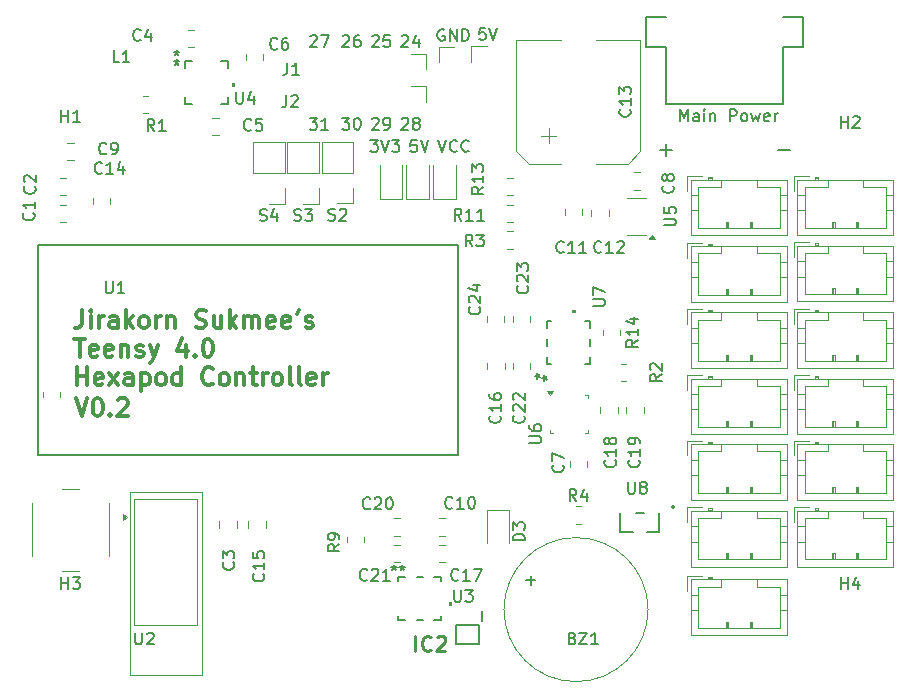
<source format=gbr>
%TF.GenerationSoftware,KiCad,Pcbnew,8.0.8*%
%TF.CreationDate,2025-01-20T15:00:34+07:00*%
%TF.ProjectId,Teensy4.0,5465656e-7379-4342-9e30-2e6b69636164,rev?*%
%TF.SameCoordinates,Original*%
%TF.FileFunction,Legend,Top*%
%TF.FilePolarity,Positive*%
%FSLAX46Y46*%
G04 Gerber Fmt 4.6, Leading zero omitted, Abs format (unit mm)*
G04 Created by KiCad (PCBNEW 8.0.8) date 2025-01-20 15:00:34*
%MOMM*%
%LPD*%
G01*
G04 APERTURE LIST*
%ADD10C,0.150000*%
%ADD11C,0.300000*%
%ADD12C,0.254000*%
%ADD13C,0.200000*%
%ADD14C,0.120000*%
%ADD15C,0.152400*%
%ADD16C,0.000000*%
%ADD17C,0.127000*%
G04 APERTURE END LIST*
D10*
X137039160Y-71465057D02*
X137086779Y-71417438D01*
X137086779Y-71417438D02*
X137182017Y-71369819D01*
X137182017Y-71369819D02*
X137420112Y-71369819D01*
X137420112Y-71369819D02*
X137515350Y-71417438D01*
X137515350Y-71417438D02*
X137562969Y-71465057D01*
X137562969Y-71465057D02*
X137610588Y-71560295D01*
X137610588Y-71560295D02*
X137610588Y-71655533D01*
X137610588Y-71655533D02*
X137562969Y-71798390D01*
X137562969Y-71798390D02*
X136991541Y-72369819D01*
X136991541Y-72369819D02*
X137610588Y-72369819D01*
X138467731Y-71703152D02*
X138467731Y-72369819D01*
X138229636Y-71322200D02*
X137991541Y-72036485D01*
X137991541Y-72036485D02*
X138610588Y-72036485D01*
X134539160Y-78465057D02*
X134586779Y-78417438D01*
X134586779Y-78417438D02*
X134682017Y-78369819D01*
X134682017Y-78369819D02*
X134920112Y-78369819D01*
X134920112Y-78369819D02*
X135015350Y-78417438D01*
X135015350Y-78417438D02*
X135062969Y-78465057D01*
X135062969Y-78465057D02*
X135110588Y-78560295D01*
X135110588Y-78560295D02*
X135110588Y-78655533D01*
X135110588Y-78655533D02*
X135062969Y-78798390D01*
X135062969Y-78798390D02*
X134491541Y-79369819D01*
X134491541Y-79369819D02*
X135110588Y-79369819D01*
X135586779Y-79369819D02*
X135777255Y-79369819D01*
X135777255Y-79369819D02*
X135872493Y-79322200D01*
X135872493Y-79322200D02*
X135920112Y-79274580D01*
X135920112Y-79274580D02*
X136015350Y-79131723D01*
X136015350Y-79131723D02*
X136062969Y-78941247D01*
X136062969Y-78941247D02*
X136062969Y-78560295D01*
X136062969Y-78560295D02*
X136015350Y-78465057D01*
X136015350Y-78465057D02*
X135967731Y-78417438D01*
X135967731Y-78417438D02*
X135872493Y-78369819D01*
X135872493Y-78369819D02*
X135682017Y-78369819D01*
X135682017Y-78369819D02*
X135586779Y-78417438D01*
X135586779Y-78417438D02*
X135539160Y-78465057D01*
X135539160Y-78465057D02*
X135491541Y-78560295D01*
X135491541Y-78560295D02*
X135491541Y-78798390D01*
X135491541Y-78798390D02*
X135539160Y-78893628D01*
X135539160Y-78893628D02*
X135586779Y-78941247D01*
X135586779Y-78941247D02*
X135682017Y-78988866D01*
X135682017Y-78988866D02*
X135872493Y-78988866D01*
X135872493Y-78988866D02*
X135967731Y-78941247D01*
X135967731Y-78941247D02*
X136015350Y-78893628D01*
X136015350Y-78893628D02*
X136062969Y-78798390D01*
X129241541Y-78369819D02*
X129860588Y-78369819D01*
X129860588Y-78369819D02*
X129527255Y-78750771D01*
X129527255Y-78750771D02*
X129670112Y-78750771D01*
X129670112Y-78750771D02*
X129765350Y-78798390D01*
X129765350Y-78798390D02*
X129812969Y-78846009D01*
X129812969Y-78846009D02*
X129860588Y-78941247D01*
X129860588Y-78941247D02*
X129860588Y-79179342D01*
X129860588Y-79179342D02*
X129812969Y-79274580D01*
X129812969Y-79274580D02*
X129765350Y-79322200D01*
X129765350Y-79322200D02*
X129670112Y-79369819D01*
X129670112Y-79369819D02*
X129384398Y-79369819D01*
X129384398Y-79369819D02*
X129289160Y-79322200D01*
X129289160Y-79322200D02*
X129241541Y-79274580D01*
X130812969Y-79369819D02*
X130241541Y-79369819D01*
X130527255Y-79369819D02*
X130527255Y-78369819D01*
X130527255Y-78369819D02*
X130432017Y-78512676D01*
X130432017Y-78512676D02*
X130336779Y-78607914D01*
X130336779Y-78607914D02*
X130241541Y-78655533D01*
D11*
X109440225Y-102100828D02*
X109940225Y-103600828D01*
X109940225Y-103600828D02*
X110440225Y-102100828D01*
X111225939Y-102100828D02*
X111368796Y-102100828D01*
X111368796Y-102100828D02*
X111511653Y-102172257D01*
X111511653Y-102172257D02*
X111583082Y-102243685D01*
X111583082Y-102243685D02*
X111654510Y-102386542D01*
X111654510Y-102386542D02*
X111725939Y-102672257D01*
X111725939Y-102672257D02*
X111725939Y-103029400D01*
X111725939Y-103029400D02*
X111654510Y-103315114D01*
X111654510Y-103315114D02*
X111583082Y-103457971D01*
X111583082Y-103457971D02*
X111511653Y-103529400D01*
X111511653Y-103529400D02*
X111368796Y-103600828D01*
X111368796Y-103600828D02*
X111225939Y-103600828D01*
X111225939Y-103600828D02*
X111083082Y-103529400D01*
X111083082Y-103529400D02*
X111011653Y-103457971D01*
X111011653Y-103457971D02*
X110940224Y-103315114D01*
X110940224Y-103315114D02*
X110868796Y-103029400D01*
X110868796Y-103029400D02*
X110868796Y-102672257D01*
X110868796Y-102672257D02*
X110940224Y-102386542D01*
X110940224Y-102386542D02*
X111011653Y-102243685D01*
X111011653Y-102243685D02*
X111083082Y-102172257D01*
X111083082Y-102172257D02*
X111225939Y-102100828D01*
X112368795Y-103457971D02*
X112440224Y-103529400D01*
X112440224Y-103529400D02*
X112368795Y-103600828D01*
X112368795Y-103600828D02*
X112297367Y-103529400D01*
X112297367Y-103529400D02*
X112368795Y-103457971D01*
X112368795Y-103457971D02*
X112368795Y-103600828D01*
X113011653Y-102243685D02*
X113083081Y-102172257D01*
X113083081Y-102172257D02*
X113225939Y-102100828D01*
X113225939Y-102100828D02*
X113583081Y-102100828D01*
X113583081Y-102100828D02*
X113725939Y-102172257D01*
X113725939Y-102172257D02*
X113797367Y-102243685D01*
X113797367Y-102243685D02*
X113868796Y-102386542D01*
X113868796Y-102386542D02*
X113868796Y-102529400D01*
X113868796Y-102529400D02*
X113797367Y-102743685D01*
X113797367Y-102743685D02*
X112940224Y-103600828D01*
X112940224Y-103600828D02*
X113868796Y-103600828D01*
D10*
X132039160Y-71465057D02*
X132086779Y-71417438D01*
X132086779Y-71417438D02*
X132182017Y-71369819D01*
X132182017Y-71369819D02*
X132420112Y-71369819D01*
X132420112Y-71369819D02*
X132515350Y-71417438D01*
X132515350Y-71417438D02*
X132562969Y-71465057D01*
X132562969Y-71465057D02*
X132610588Y-71560295D01*
X132610588Y-71560295D02*
X132610588Y-71655533D01*
X132610588Y-71655533D02*
X132562969Y-71798390D01*
X132562969Y-71798390D02*
X131991541Y-72369819D01*
X131991541Y-72369819D02*
X132610588Y-72369819D01*
X133467731Y-71369819D02*
X133277255Y-71369819D01*
X133277255Y-71369819D02*
X133182017Y-71417438D01*
X133182017Y-71417438D02*
X133134398Y-71465057D01*
X133134398Y-71465057D02*
X133039160Y-71607914D01*
X133039160Y-71607914D02*
X132991541Y-71798390D01*
X132991541Y-71798390D02*
X132991541Y-72179342D01*
X132991541Y-72179342D02*
X133039160Y-72274580D01*
X133039160Y-72274580D02*
X133086779Y-72322200D01*
X133086779Y-72322200D02*
X133182017Y-72369819D01*
X133182017Y-72369819D02*
X133372493Y-72369819D01*
X133372493Y-72369819D02*
X133467731Y-72322200D01*
X133467731Y-72322200D02*
X133515350Y-72274580D01*
X133515350Y-72274580D02*
X133562969Y-72179342D01*
X133562969Y-72179342D02*
X133562969Y-71941247D01*
X133562969Y-71941247D02*
X133515350Y-71846009D01*
X133515350Y-71846009D02*
X133467731Y-71798390D01*
X133467731Y-71798390D02*
X133372493Y-71750771D01*
X133372493Y-71750771D02*
X133182017Y-71750771D01*
X133182017Y-71750771D02*
X133086779Y-71798390D01*
X133086779Y-71798390D02*
X133039160Y-71846009D01*
X133039160Y-71846009D02*
X132991541Y-71941247D01*
D11*
X109983082Y-94670996D02*
X109983082Y-95742425D01*
X109983082Y-95742425D02*
X109911653Y-95956710D01*
X109911653Y-95956710D02*
X109768796Y-96099568D01*
X109768796Y-96099568D02*
X109554510Y-96170996D01*
X109554510Y-96170996D02*
X109411653Y-96170996D01*
X110697367Y-96170996D02*
X110697367Y-95170996D01*
X110697367Y-94670996D02*
X110625939Y-94742425D01*
X110625939Y-94742425D02*
X110697367Y-94813853D01*
X110697367Y-94813853D02*
X110768796Y-94742425D01*
X110768796Y-94742425D02*
X110697367Y-94670996D01*
X110697367Y-94670996D02*
X110697367Y-94813853D01*
X111411653Y-96170996D02*
X111411653Y-95170996D01*
X111411653Y-95456710D02*
X111483082Y-95313853D01*
X111483082Y-95313853D02*
X111554511Y-95242425D01*
X111554511Y-95242425D02*
X111697368Y-95170996D01*
X111697368Y-95170996D02*
X111840225Y-95170996D01*
X112983082Y-96170996D02*
X112983082Y-95385282D01*
X112983082Y-95385282D02*
X112911653Y-95242425D01*
X112911653Y-95242425D02*
X112768796Y-95170996D01*
X112768796Y-95170996D02*
X112483082Y-95170996D01*
X112483082Y-95170996D02*
X112340224Y-95242425D01*
X112983082Y-96099568D02*
X112840224Y-96170996D01*
X112840224Y-96170996D02*
X112483082Y-96170996D01*
X112483082Y-96170996D02*
X112340224Y-96099568D01*
X112340224Y-96099568D02*
X112268796Y-95956710D01*
X112268796Y-95956710D02*
X112268796Y-95813853D01*
X112268796Y-95813853D02*
X112340224Y-95670996D01*
X112340224Y-95670996D02*
X112483082Y-95599568D01*
X112483082Y-95599568D02*
X112840224Y-95599568D01*
X112840224Y-95599568D02*
X112983082Y-95528139D01*
X113697367Y-96170996D02*
X113697367Y-94670996D01*
X113840225Y-95599568D02*
X114268796Y-96170996D01*
X114268796Y-95170996D02*
X113697367Y-95742425D01*
X115125939Y-96170996D02*
X114983082Y-96099568D01*
X114983082Y-96099568D02*
X114911653Y-96028139D01*
X114911653Y-96028139D02*
X114840225Y-95885282D01*
X114840225Y-95885282D02*
X114840225Y-95456710D01*
X114840225Y-95456710D02*
X114911653Y-95313853D01*
X114911653Y-95313853D02*
X114983082Y-95242425D01*
X114983082Y-95242425D02*
X115125939Y-95170996D01*
X115125939Y-95170996D02*
X115340225Y-95170996D01*
X115340225Y-95170996D02*
X115483082Y-95242425D01*
X115483082Y-95242425D02*
X115554511Y-95313853D01*
X115554511Y-95313853D02*
X115625939Y-95456710D01*
X115625939Y-95456710D02*
X115625939Y-95885282D01*
X115625939Y-95885282D02*
X115554511Y-96028139D01*
X115554511Y-96028139D02*
X115483082Y-96099568D01*
X115483082Y-96099568D02*
X115340225Y-96170996D01*
X115340225Y-96170996D02*
X115125939Y-96170996D01*
X116268796Y-96170996D02*
X116268796Y-95170996D01*
X116268796Y-95456710D02*
X116340225Y-95313853D01*
X116340225Y-95313853D02*
X116411654Y-95242425D01*
X116411654Y-95242425D02*
X116554511Y-95170996D01*
X116554511Y-95170996D02*
X116697368Y-95170996D01*
X117197367Y-95170996D02*
X117197367Y-96170996D01*
X117197367Y-95313853D02*
X117268796Y-95242425D01*
X117268796Y-95242425D02*
X117411653Y-95170996D01*
X117411653Y-95170996D02*
X117625939Y-95170996D01*
X117625939Y-95170996D02*
X117768796Y-95242425D01*
X117768796Y-95242425D02*
X117840225Y-95385282D01*
X117840225Y-95385282D02*
X117840225Y-96170996D01*
X119625939Y-96099568D02*
X119840225Y-96170996D01*
X119840225Y-96170996D02*
X120197367Y-96170996D01*
X120197367Y-96170996D02*
X120340225Y-96099568D01*
X120340225Y-96099568D02*
X120411653Y-96028139D01*
X120411653Y-96028139D02*
X120483082Y-95885282D01*
X120483082Y-95885282D02*
X120483082Y-95742425D01*
X120483082Y-95742425D02*
X120411653Y-95599568D01*
X120411653Y-95599568D02*
X120340225Y-95528139D01*
X120340225Y-95528139D02*
X120197367Y-95456710D01*
X120197367Y-95456710D02*
X119911653Y-95385282D01*
X119911653Y-95385282D02*
X119768796Y-95313853D01*
X119768796Y-95313853D02*
X119697367Y-95242425D01*
X119697367Y-95242425D02*
X119625939Y-95099568D01*
X119625939Y-95099568D02*
X119625939Y-94956710D01*
X119625939Y-94956710D02*
X119697367Y-94813853D01*
X119697367Y-94813853D02*
X119768796Y-94742425D01*
X119768796Y-94742425D02*
X119911653Y-94670996D01*
X119911653Y-94670996D02*
X120268796Y-94670996D01*
X120268796Y-94670996D02*
X120483082Y-94742425D01*
X121768796Y-95170996D02*
X121768796Y-96170996D01*
X121125938Y-95170996D02*
X121125938Y-95956710D01*
X121125938Y-95956710D02*
X121197367Y-96099568D01*
X121197367Y-96099568D02*
X121340224Y-96170996D01*
X121340224Y-96170996D02*
X121554510Y-96170996D01*
X121554510Y-96170996D02*
X121697367Y-96099568D01*
X121697367Y-96099568D02*
X121768796Y-96028139D01*
X122483081Y-96170996D02*
X122483081Y-94670996D01*
X122625939Y-95599568D02*
X123054510Y-96170996D01*
X123054510Y-95170996D02*
X122483081Y-95742425D01*
X123697367Y-96170996D02*
X123697367Y-95170996D01*
X123697367Y-95313853D02*
X123768796Y-95242425D01*
X123768796Y-95242425D02*
X123911653Y-95170996D01*
X123911653Y-95170996D02*
X124125939Y-95170996D01*
X124125939Y-95170996D02*
X124268796Y-95242425D01*
X124268796Y-95242425D02*
X124340225Y-95385282D01*
X124340225Y-95385282D02*
X124340225Y-96170996D01*
X124340225Y-95385282D02*
X124411653Y-95242425D01*
X124411653Y-95242425D02*
X124554510Y-95170996D01*
X124554510Y-95170996D02*
X124768796Y-95170996D01*
X124768796Y-95170996D02*
X124911653Y-95242425D01*
X124911653Y-95242425D02*
X124983082Y-95385282D01*
X124983082Y-95385282D02*
X124983082Y-96170996D01*
X126268796Y-96099568D02*
X126125939Y-96170996D01*
X126125939Y-96170996D02*
X125840225Y-96170996D01*
X125840225Y-96170996D02*
X125697367Y-96099568D01*
X125697367Y-96099568D02*
X125625939Y-95956710D01*
X125625939Y-95956710D02*
X125625939Y-95385282D01*
X125625939Y-95385282D02*
X125697367Y-95242425D01*
X125697367Y-95242425D02*
X125840225Y-95170996D01*
X125840225Y-95170996D02*
X126125939Y-95170996D01*
X126125939Y-95170996D02*
X126268796Y-95242425D01*
X126268796Y-95242425D02*
X126340225Y-95385282D01*
X126340225Y-95385282D02*
X126340225Y-95528139D01*
X126340225Y-95528139D02*
X125625939Y-95670996D01*
X127554510Y-96099568D02*
X127411653Y-96170996D01*
X127411653Y-96170996D02*
X127125939Y-96170996D01*
X127125939Y-96170996D02*
X126983081Y-96099568D01*
X126983081Y-96099568D02*
X126911653Y-95956710D01*
X126911653Y-95956710D02*
X126911653Y-95385282D01*
X126911653Y-95385282D02*
X126983081Y-95242425D01*
X126983081Y-95242425D02*
X127125939Y-95170996D01*
X127125939Y-95170996D02*
X127411653Y-95170996D01*
X127411653Y-95170996D02*
X127554510Y-95242425D01*
X127554510Y-95242425D02*
X127625939Y-95385282D01*
X127625939Y-95385282D02*
X127625939Y-95528139D01*
X127625939Y-95528139D02*
X126911653Y-95670996D01*
X128340224Y-94670996D02*
X128197367Y-94956710D01*
X128911653Y-96099568D02*
X129054510Y-96170996D01*
X129054510Y-96170996D02*
X129340224Y-96170996D01*
X129340224Y-96170996D02*
X129483081Y-96099568D01*
X129483081Y-96099568D02*
X129554510Y-95956710D01*
X129554510Y-95956710D02*
X129554510Y-95885282D01*
X129554510Y-95885282D02*
X129483081Y-95742425D01*
X129483081Y-95742425D02*
X129340224Y-95670996D01*
X129340224Y-95670996D02*
X129125939Y-95670996D01*
X129125939Y-95670996D02*
X128983081Y-95599568D01*
X128983081Y-95599568D02*
X128911653Y-95456710D01*
X128911653Y-95456710D02*
X128911653Y-95385282D01*
X128911653Y-95385282D02*
X128983081Y-95242425D01*
X128983081Y-95242425D02*
X129125939Y-95170996D01*
X129125939Y-95170996D02*
X129340224Y-95170996D01*
X129340224Y-95170996D02*
X129483081Y-95242425D01*
X109340225Y-97085912D02*
X110197368Y-97085912D01*
X109768796Y-98585912D02*
X109768796Y-97085912D01*
X111268796Y-98514484D02*
X111125939Y-98585912D01*
X111125939Y-98585912D02*
X110840225Y-98585912D01*
X110840225Y-98585912D02*
X110697367Y-98514484D01*
X110697367Y-98514484D02*
X110625939Y-98371626D01*
X110625939Y-98371626D02*
X110625939Y-97800198D01*
X110625939Y-97800198D02*
X110697367Y-97657341D01*
X110697367Y-97657341D02*
X110840225Y-97585912D01*
X110840225Y-97585912D02*
X111125939Y-97585912D01*
X111125939Y-97585912D02*
X111268796Y-97657341D01*
X111268796Y-97657341D02*
X111340225Y-97800198D01*
X111340225Y-97800198D02*
X111340225Y-97943055D01*
X111340225Y-97943055D02*
X110625939Y-98085912D01*
X112554510Y-98514484D02*
X112411653Y-98585912D01*
X112411653Y-98585912D02*
X112125939Y-98585912D01*
X112125939Y-98585912D02*
X111983081Y-98514484D01*
X111983081Y-98514484D02*
X111911653Y-98371626D01*
X111911653Y-98371626D02*
X111911653Y-97800198D01*
X111911653Y-97800198D02*
X111983081Y-97657341D01*
X111983081Y-97657341D02*
X112125939Y-97585912D01*
X112125939Y-97585912D02*
X112411653Y-97585912D01*
X112411653Y-97585912D02*
X112554510Y-97657341D01*
X112554510Y-97657341D02*
X112625939Y-97800198D01*
X112625939Y-97800198D02*
X112625939Y-97943055D01*
X112625939Y-97943055D02*
X111911653Y-98085912D01*
X113268795Y-97585912D02*
X113268795Y-98585912D01*
X113268795Y-97728769D02*
X113340224Y-97657341D01*
X113340224Y-97657341D02*
X113483081Y-97585912D01*
X113483081Y-97585912D02*
X113697367Y-97585912D01*
X113697367Y-97585912D02*
X113840224Y-97657341D01*
X113840224Y-97657341D02*
X113911653Y-97800198D01*
X113911653Y-97800198D02*
X113911653Y-98585912D01*
X114554510Y-98514484D02*
X114697367Y-98585912D01*
X114697367Y-98585912D02*
X114983081Y-98585912D01*
X114983081Y-98585912D02*
X115125938Y-98514484D01*
X115125938Y-98514484D02*
X115197367Y-98371626D01*
X115197367Y-98371626D02*
X115197367Y-98300198D01*
X115197367Y-98300198D02*
X115125938Y-98157341D01*
X115125938Y-98157341D02*
X114983081Y-98085912D01*
X114983081Y-98085912D02*
X114768796Y-98085912D01*
X114768796Y-98085912D02*
X114625938Y-98014484D01*
X114625938Y-98014484D02*
X114554510Y-97871626D01*
X114554510Y-97871626D02*
X114554510Y-97800198D01*
X114554510Y-97800198D02*
X114625938Y-97657341D01*
X114625938Y-97657341D02*
X114768796Y-97585912D01*
X114768796Y-97585912D02*
X114983081Y-97585912D01*
X114983081Y-97585912D02*
X115125938Y-97657341D01*
X115697367Y-97585912D02*
X116054510Y-98585912D01*
X116411653Y-97585912D02*
X116054510Y-98585912D01*
X116054510Y-98585912D02*
X115911653Y-98943055D01*
X115911653Y-98943055D02*
X115840224Y-99014484D01*
X115840224Y-99014484D02*
X115697367Y-99085912D01*
X118768796Y-97585912D02*
X118768796Y-98585912D01*
X118411653Y-97014484D02*
X118054510Y-98085912D01*
X118054510Y-98085912D02*
X118983081Y-98085912D01*
X119554509Y-98443055D02*
X119625938Y-98514484D01*
X119625938Y-98514484D02*
X119554509Y-98585912D01*
X119554509Y-98585912D02*
X119483081Y-98514484D01*
X119483081Y-98514484D02*
X119554509Y-98443055D01*
X119554509Y-98443055D02*
X119554509Y-98585912D01*
X120554510Y-97085912D02*
X120697367Y-97085912D01*
X120697367Y-97085912D02*
X120840224Y-97157341D01*
X120840224Y-97157341D02*
X120911653Y-97228769D01*
X120911653Y-97228769D02*
X120983081Y-97371626D01*
X120983081Y-97371626D02*
X121054510Y-97657341D01*
X121054510Y-97657341D02*
X121054510Y-98014484D01*
X121054510Y-98014484D02*
X120983081Y-98300198D01*
X120983081Y-98300198D02*
X120911653Y-98443055D01*
X120911653Y-98443055D02*
X120840224Y-98514484D01*
X120840224Y-98514484D02*
X120697367Y-98585912D01*
X120697367Y-98585912D02*
X120554510Y-98585912D01*
X120554510Y-98585912D02*
X120411653Y-98514484D01*
X120411653Y-98514484D02*
X120340224Y-98443055D01*
X120340224Y-98443055D02*
X120268795Y-98300198D01*
X120268795Y-98300198D02*
X120197367Y-98014484D01*
X120197367Y-98014484D02*
X120197367Y-97657341D01*
X120197367Y-97657341D02*
X120268795Y-97371626D01*
X120268795Y-97371626D02*
X120340224Y-97228769D01*
X120340224Y-97228769D02*
X120411653Y-97157341D01*
X120411653Y-97157341D02*
X120554510Y-97085912D01*
X109554510Y-101000828D02*
X109554510Y-99500828D01*
X109554510Y-100215114D02*
X110411653Y-100215114D01*
X110411653Y-101000828D02*
X110411653Y-99500828D01*
X111697368Y-100929400D02*
X111554511Y-101000828D01*
X111554511Y-101000828D02*
X111268797Y-101000828D01*
X111268797Y-101000828D02*
X111125939Y-100929400D01*
X111125939Y-100929400D02*
X111054511Y-100786542D01*
X111054511Y-100786542D02*
X111054511Y-100215114D01*
X111054511Y-100215114D02*
X111125939Y-100072257D01*
X111125939Y-100072257D02*
X111268797Y-100000828D01*
X111268797Y-100000828D02*
X111554511Y-100000828D01*
X111554511Y-100000828D02*
X111697368Y-100072257D01*
X111697368Y-100072257D02*
X111768797Y-100215114D01*
X111768797Y-100215114D02*
X111768797Y-100357971D01*
X111768797Y-100357971D02*
X111054511Y-100500828D01*
X112268796Y-101000828D02*
X113054511Y-100000828D01*
X112268796Y-100000828D02*
X113054511Y-101000828D01*
X114268797Y-101000828D02*
X114268797Y-100215114D01*
X114268797Y-100215114D02*
X114197368Y-100072257D01*
X114197368Y-100072257D02*
X114054511Y-100000828D01*
X114054511Y-100000828D02*
X113768797Y-100000828D01*
X113768797Y-100000828D02*
X113625939Y-100072257D01*
X114268797Y-100929400D02*
X114125939Y-101000828D01*
X114125939Y-101000828D02*
X113768797Y-101000828D01*
X113768797Y-101000828D02*
X113625939Y-100929400D01*
X113625939Y-100929400D02*
X113554511Y-100786542D01*
X113554511Y-100786542D02*
X113554511Y-100643685D01*
X113554511Y-100643685D02*
X113625939Y-100500828D01*
X113625939Y-100500828D02*
X113768797Y-100429400D01*
X113768797Y-100429400D02*
X114125939Y-100429400D01*
X114125939Y-100429400D02*
X114268797Y-100357971D01*
X114983082Y-100000828D02*
X114983082Y-101500828D01*
X114983082Y-100072257D02*
X115125940Y-100000828D01*
X115125940Y-100000828D02*
X115411654Y-100000828D01*
X115411654Y-100000828D02*
X115554511Y-100072257D01*
X115554511Y-100072257D02*
X115625940Y-100143685D01*
X115625940Y-100143685D02*
X115697368Y-100286542D01*
X115697368Y-100286542D02*
X115697368Y-100715114D01*
X115697368Y-100715114D02*
X115625940Y-100857971D01*
X115625940Y-100857971D02*
X115554511Y-100929400D01*
X115554511Y-100929400D02*
X115411654Y-101000828D01*
X115411654Y-101000828D02*
X115125940Y-101000828D01*
X115125940Y-101000828D02*
X114983082Y-100929400D01*
X116554511Y-101000828D02*
X116411654Y-100929400D01*
X116411654Y-100929400D02*
X116340225Y-100857971D01*
X116340225Y-100857971D02*
X116268797Y-100715114D01*
X116268797Y-100715114D02*
X116268797Y-100286542D01*
X116268797Y-100286542D02*
X116340225Y-100143685D01*
X116340225Y-100143685D02*
X116411654Y-100072257D01*
X116411654Y-100072257D02*
X116554511Y-100000828D01*
X116554511Y-100000828D02*
X116768797Y-100000828D01*
X116768797Y-100000828D02*
X116911654Y-100072257D01*
X116911654Y-100072257D02*
X116983083Y-100143685D01*
X116983083Y-100143685D02*
X117054511Y-100286542D01*
X117054511Y-100286542D02*
X117054511Y-100715114D01*
X117054511Y-100715114D02*
X116983083Y-100857971D01*
X116983083Y-100857971D02*
X116911654Y-100929400D01*
X116911654Y-100929400D02*
X116768797Y-101000828D01*
X116768797Y-101000828D02*
X116554511Y-101000828D01*
X118340226Y-101000828D02*
X118340226Y-99500828D01*
X118340226Y-100929400D02*
X118197368Y-101000828D01*
X118197368Y-101000828D02*
X117911654Y-101000828D01*
X117911654Y-101000828D02*
X117768797Y-100929400D01*
X117768797Y-100929400D02*
X117697368Y-100857971D01*
X117697368Y-100857971D02*
X117625940Y-100715114D01*
X117625940Y-100715114D02*
X117625940Y-100286542D01*
X117625940Y-100286542D02*
X117697368Y-100143685D01*
X117697368Y-100143685D02*
X117768797Y-100072257D01*
X117768797Y-100072257D02*
X117911654Y-100000828D01*
X117911654Y-100000828D02*
X118197368Y-100000828D01*
X118197368Y-100000828D02*
X118340226Y-100072257D01*
X121054511Y-100857971D02*
X120983083Y-100929400D01*
X120983083Y-100929400D02*
X120768797Y-101000828D01*
X120768797Y-101000828D02*
X120625940Y-101000828D01*
X120625940Y-101000828D02*
X120411654Y-100929400D01*
X120411654Y-100929400D02*
X120268797Y-100786542D01*
X120268797Y-100786542D02*
X120197368Y-100643685D01*
X120197368Y-100643685D02*
X120125940Y-100357971D01*
X120125940Y-100357971D02*
X120125940Y-100143685D01*
X120125940Y-100143685D02*
X120197368Y-99857971D01*
X120197368Y-99857971D02*
X120268797Y-99715114D01*
X120268797Y-99715114D02*
X120411654Y-99572257D01*
X120411654Y-99572257D02*
X120625940Y-99500828D01*
X120625940Y-99500828D02*
X120768797Y-99500828D01*
X120768797Y-99500828D02*
X120983083Y-99572257D01*
X120983083Y-99572257D02*
X121054511Y-99643685D01*
X121911654Y-101000828D02*
X121768797Y-100929400D01*
X121768797Y-100929400D02*
X121697368Y-100857971D01*
X121697368Y-100857971D02*
X121625940Y-100715114D01*
X121625940Y-100715114D02*
X121625940Y-100286542D01*
X121625940Y-100286542D02*
X121697368Y-100143685D01*
X121697368Y-100143685D02*
X121768797Y-100072257D01*
X121768797Y-100072257D02*
X121911654Y-100000828D01*
X121911654Y-100000828D02*
X122125940Y-100000828D01*
X122125940Y-100000828D02*
X122268797Y-100072257D01*
X122268797Y-100072257D02*
X122340226Y-100143685D01*
X122340226Y-100143685D02*
X122411654Y-100286542D01*
X122411654Y-100286542D02*
X122411654Y-100715114D01*
X122411654Y-100715114D02*
X122340226Y-100857971D01*
X122340226Y-100857971D02*
X122268797Y-100929400D01*
X122268797Y-100929400D02*
X122125940Y-101000828D01*
X122125940Y-101000828D02*
X121911654Y-101000828D01*
X123054511Y-100000828D02*
X123054511Y-101000828D01*
X123054511Y-100143685D02*
X123125940Y-100072257D01*
X123125940Y-100072257D02*
X123268797Y-100000828D01*
X123268797Y-100000828D02*
X123483083Y-100000828D01*
X123483083Y-100000828D02*
X123625940Y-100072257D01*
X123625940Y-100072257D02*
X123697369Y-100215114D01*
X123697369Y-100215114D02*
X123697369Y-101000828D01*
X124197369Y-100000828D02*
X124768797Y-100000828D01*
X124411654Y-99500828D02*
X124411654Y-100786542D01*
X124411654Y-100786542D02*
X124483083Y-100929400D01*
X124483083Y-100929400D02*
X124625940Y-101000828D01*
X124625940Y-101000828D02*
X124768797Y-101000828D01*
X125268797Y-101000828D02*
X125268797Y-100000828D01*
X125268797Y-100286542D02*
X125340226Y-100143685D01*
X125340226Y-100143685D02*
X125411655Y-100072257D01*
X125411655Y-100072257D02*
X125554512Y-100000828D01*
X125554512Y-100000828D02*
X125697369Y-100000828D01*
X126411654Y-101000828D02*
X126268797Y-100929400D01*
X126268797Y-100929400D02*
X126197368Y-100857971D01*
X126197368Y-100857971D02*
X126125940Y-100715114D01*
X126125940Y-100715114D02*
X126125940Y-100286542D01*
X126125940Y-100286542D02*
X126197368Y-100143685D01*
X126197368Y-100143685D02*
X126268797Y-100072257D01*
X126268797Y-100072257D02*
X126411654Y-100000828D01*
X126411654Y-100000828D02*
X126625940Y-100000828D01*
X126625940Y-100000828D02*
X126768797Y-100072257D01*
X126768797Y-100072257D02*
X126840226Y-100143685D01*
X126840226Y-100143685D02*
X126911654Y-100286542D01*
X126911654Y-100286542D02*
X126911654Y-100715114D01*
X126911654Y-100715114D02*
X126840226Y-100857971D01*
X126840226Y-100857971D02*
X126768797Y-100929400D01*
X126768797Y-100929400D02*
X126625940Y-101000828D01*
X126625940Y-101000828D02*
X126411654Y-101000828D01*
X127768797Y-101000828D02*
X127625940Y-100929400D01*
X127625940Y-100929400D02*
X127554511Y-100786542D01*
X127554511Y-100786542D02*
X127554511Y-99500828D01*
X128554511Y-101000828D02*
X128411654Y-100929400D01*
X128411654Y-100929400D02*
X128340225Y-100786542D01*
X128340225Y-100786542D02*
X128340225Y-99500828D01*
X129697368Y-100929400D02*
X129554511Y-101000828D01*
X129554511Y-101000828D02*
X129268797Y-101000828D01*
X129268797Y-101000828D02*
X129125939Y-100929400D01*
X129125939Y-100929400D02*
X129054511Y-100786542D01*
X129054511Y-100786542D02*
X129054511Y-100215114D01*
X129054511Y-100215114D02*
X129125939Y-100072257D01*
X129125939Y-100072257D02*
X129268797Y-100000828D01*
X129268797Y-100000828D02*
X129554511Y-100000828D01*
X129554511Y-100000828D02*
X129697368Y-100072257D01*
X129697368Y-100072257D02*
X129768797Y-100215114D01*
X129768797Y-100215114D02*
X129768797Y-100357971D01*
X129768797Y-100357971D02*
X129054511Y-100500828D01*
X130411653Y-101000828D02*
X130411653Y-100000828D01*
X130411653Y-100286542D02*
X130483082Y-100143685D01*
X130483082Y-100143685D02*
X130554511Y-100072257D01*
X130554511Y-100072257D02*
X130697368Y-100000828D01*
X130697368Y-100000828D02*
X130840225Y-100000828D01*
D10*
X137039160Y-78465057D02*
X137086779Y-78417438D01*
X137086779Y-78417438D02*
X137182017Y-78369819D01*
X137182017Y-78369819D02*
X137420112Y-78369819D01*
X137420112Y-78369819D02*
X137515350Y-78417438D01*
X137515350Y-78417438D02*
X137562969Y-78465057D01*
X137562969Y-78465057D02*
X137610588Y-78560295D01*
X137610588Y-78560295D02*
X137610588Y-78655533D01*
X137610588Y-78655533D02*
X137562969Y-78798390D01*
X137562969Y-78798390D02*
X136991541Y-79369819D01*
X136991541Y-79369819D02*
X137610588Y-79369819D01*
X138182017Y-78798390D02*
X138086779Y-78750771D01*
X138086779Y-78750771D02*
X138039160Y-78703152D01*
X138039160Y-78703152D02*
X137991541Y-78607914D01*
X137991541Y-78607914D02*
X137991541Y-78560295D01*
X137991541Y-78560295D02*
X138039160Y-78465057D01*
X138039160Y-78465057D02*
X138086779Y-78417438D01*
X138086779Y-78417438D02*
X138182017Y-78369819D01*
X138182017Y-78369819D02*
X138372493Y-78369819D01*
X138372493Y-78369819D02*
X138467731Y-78417438D01*
X138467731Y-78417438D02*
X138515350Y-78465057D01*
X138515350Y-78465057D02*
X138562969Y-78560295D01*
X138562969Y-78560295D02*
X138562969Y-78607914D01*
X138562969Y-78607914D02*
X138515350Y-78703152D01*
X138515350Y-78703152D02*
X138467731Y-78750771D01*
X138467731Y-78750771D02*
X138372493Y-78798390D01*
X138372493Y-78798390D02*
X138182017Y-78798390D01*
X138182017Y-78798390D02*
X138086779Y-78846009D01*
X138086779Y-78846009D02*
X138039160Y-78893628D01*
X138039160Y-78893628D02*
X137991541Y-78988866D01*
X137991541Y-78988866D02*
X137991541Y-79179342D01*
X137991541Y-79179342D02*
X138039160Y-79274580D01*
X138039160Y-79274580D02*
X138086779Y-79322200D01*
X138086779Y-79322200D02*
X138182017Y-79369819D01*
X138182017Y-79369819D02*
X138372493Y-79369819D01*
X138372493Y-79369819D02*
X138467731Y-79322200D01*
X138467731Y-79322200D02*
X138515350Y-79274580D01*
X138515350Y-79274580D02*
X138562969Y-79179342D01*
X138562969Y-79179342D02*
X138562969Y-78988866D01*
X138562969Y-78988866D02*
X138515350Y-78893628D01*
X138515350Y-78893628D02*
X138467731Y-78846009D01*
X138467731Y-78846009D02*
X138372493Y-78798390D01*
X131991541Y-78369819D02*
X132610588Y-78369819D01*
X132610588Y-78369819D02*
X132277255Y-78750771D01*
X132277255Y-78750771D02*
X132420112Y-78750771D01*
X132420112Y-78750771D02*
X132515350Y-78798390D01*
X132515350Y-78798390D02*
X132562969Y-78846009D01*
X132562969Y-78846009D02*
X132610588Y-78941247D01*
X132610588Y-78941247D02*
X132610588Y-79179342D01*
X132610588Y-79179342D02*
X132562969Y-79274580D01*
X132562969Y-79274580D02*
X132515350Y-79322200D01*
X132515350Y-79322200D02*
X132420112Y-79369819D01*
X132420112Y-79369819D02*
X132134398Y-79369819D01*
X132134398Y-79369819D02*
X132039160Y-79322200D01*
X132039160Y-79322200D02*
X131991541Y-79274580D01*
X133229636Y-78369819D02*
X133324874Y-78369819D01*
X133324874Y-78369819D02*
X133420112Y-78417438D01*
X133420112Y-78417438D02*
X133467731Y-78465057D01*
X133467731Y-78465057D02*
X133515350Y-78560295D01*
X133515350Y-78560295D02*
X133562969Y-78750771D01*
X133562969Y-78750771D02*
X133562969Y-78988866D01*
X133562969Y-78988866D02*
X133515350Y-79179342D01*
X133515350Y-79179342D02*
X133467731Y-79274580D01*
X133467731Y-79274580D02*
X133420112Y-79322200D01*
X133420112Y-79322200D02*
X133324874Y-79369819D01*
X133324874Y-79369819D02*
X133229636Y-79369819D01*
X133229636Y-79369819D02*
X133134398Y-79322200D01*
X133134398Y-79322200D02*
X133086779Y-79274580D01*
X133086779Y-79274580D02*
X133039160Y-79179342D01*
X133039160Y-79179342D02*
X132991541Y-78988866D01*
X132991541Y-78988866D02*
X132991541Y-78750771D01*
X132991541Y-78750771D02*
X133039160Y-78560295D01*
X133039160Y-78560295D02*
X133086779Y-78465057D01*
X133086779Y-78465057D02*
X133134398Y-78417438D01*
X133134398Y-78417438D02*
X133229636Y-78369819D01*
X134539160Y-71465057D02*
X134586779Y-71417438D01*
X134586779Y-71417438D02*
X134682017Y-71369819D01*
X134682017Y-71369819D02*
X134920112Y-71369819D01*
X134920112Y-71369819D02*
X135015350Y-71417438D01*
X135015350Y-71417438D02*
X135062969Y-71465057D01*
X135062969Y-71465057D02*
X135110588Y-71560295D01*
X135110588Y-71560295D02*
X135110588Y-71655533D01*
X135110588Y-71655533D02*
X135062969Y-71798390D01*
X135062969Y-71798390D02*
X134491541Y-72369819D01*
X134491541Y-72369819D02*
X135110588Y-72369819D01*
X136015350Y-71369819D02*
X135539160Y-71369819D01*
X135539160Y-71369819D02*
X135491541Y-71846009D01*
X135491541Y-71846009D02*
X135539160Y-71798390D01*
X135539160Y-71798390D02*
X135634398Y-71750771D01*
X135634398Y-71750771D02*
X135872493Y-71750771D01*
X135872493Y-71750771D02*
X135967731Y-71798390D01*
X135967731Y-71798390D02*
X136015350Y-71846009D01*
X136015350Y-71846009D02*
X136062969Y-71941247D01*
X136062969Y-71941247D02*
X136062969Y-72179342D01*
X136062969Y-72179342D02*
X136015350Y-72274580D01*
X136015350Y-72274580D02*
X135967731Y-72322200D01*
X135967731Y-72322200D02*
X135872493Y-72369819D01*
X135872493Y-72369819D02*
X135634398Y-72369819D01*
X135634398Y-72369819D02*
X135539160Y-72322200D01*
X135539160Y-72322200D02*
X135491541Y-72274580D01*
X129289160Y-71465057D02*
X129336779Y-71417438D01*
X129336779Y-71417438D02*
X129432017Y-71369819D01*
X129432017Y-71369819D02*
X129670112Y-71369819D01*
X129670112Y-71369819D02*
X129765350Y-71417438D01*
X129765350Y-71417438D02*
X129812969Y-71465057D01*
X129812969Y-71465057D02*
X129860588Y-71560295D01*
X129860588Y-71560295D02*
X129860588Y-71655533D01*
X129860588Y-71655533D02*
X129812969Y-71798390D01*
X129812969Y-71798390D02*
X129241541Y-72369819D01*
X129241541Y-72369819D02*
X129860588Y-72369819D01*
X130193922Y-71369819D02*
X130860588Y-71369819D01*
X130860588Y-71369819D02*
X130432017Y-72369819D01*
D12*
X138206237Y-123510318D02*
X138206237Y-122240318D01*
X139536714Y-123389365D02*
X139476238Y-123449842D01*
X139476238Y-123449842D02*
X139294809Y-123510318D01*
X139294809Y-123510318D02*
X139173857Y-123510318D01*
X139173857Y-123510318D02*
X138992428Y-123449842D01*
X138992428Y-123449842D02*
X138871476Y-123328889D01*
X138871476Y-123328889D02*
X138810999Y-123207937D01*
X138810999Y-123207937D02*
X138750523Y-122966032D01*
X138750523Y-122966032D02*
X138750523Y-122784603D01*
X138750523Y-122784603D02*
X138810999Y-122542699D01*
X138810999Y-122542699D02*
X138871476Y-122421746D01*
X138871476Y-122421746D02*
X138992428Y-122300794D01*
X138992428Y-122300794D02*
X139173857Y-122240318D01*
X139173857Y-122240318D02*
X139294809Y-122240318D01*
X139294809Y-122240318D02*
X139476238Y-122300794D01*
X139476238Y-122300794D02*
X139536714Y-122361270D01*
X140020523Y-122361270D02*
X140080999Y-122300794D01*
X140080999Y-122300794D02*
X140201952Y-122240318D01*
X140201952Y-122240318D02*
X140504333Y-122240318D01*
X140504333Y-122240318D02*
X140625285Y-122300794D01*
X140625285Y-122300794D02*
X140685761Y-122361270D01*
X140685761Y-122361270D02*
X140746238Y-122482222D01*
X140746238Y-122482222D02*
X140746238Y-122603175D01*
X140746238Y-122603175D02*
X140685761Y-122784603D01*
X140685761Y-122784603D02*
X139960047Y-123510318D01*
X139960047Y-123510318D02*
X140746238Y-123510318D01*
D10*
X151519047Y-122431009D02*
X151661904Y-122478628D01*
X151661904Y-122478628D02*
X151709523Y-122526247D01*
X151709523Y-122526247D02*
X151757142Y-122621485D01*
X151757142Y-122621485D02*
X151757142Y-122764342D01*
X151757142Y-122764342D02*
X151709523Y-122859580D01*
X151709523Y-122859580D02*
X151661904Y-122907200D01*
X151661904Y-122907200D02*
X151566666Y-122954819D01*
X151566666Y-122954819D02*
X151185714Y-122954819D01*
X151185714Y-122954819D02*
X151185714Y-121954819D01*
X151185714Y-121954819D02*
X151519047Y-121954819D01*
X151519047Y-121954819D02*
X151614285Y-122002438D01*
X151614285Y-122002438D02*
X151661904Y-122050057D01*
X151661904Y-122050057D02*
X151709523Y-122145295D01*
X151709523Y-122145295D02*
X151709523Y-122240533D01*
X151709523Y-122240533D02*
X151661904Y-122335771D01*
X151661904Y-122335771D02*
X151614285Y-122383390D01*
X151614285Y-122383390D02*
X151519047Y-122431009D01*
X151519047Y-122431009D02*
X151185714Y-122431009D01*
X152090476Y-121954819D02*
X152757142Y-121954819D01*
X152757142Y-121954819D02*
X152090476Y-122954819D01*
X152090476Y-122954819D02*
X152757142Y-122954819D01*
X153661904Y-122954819D02*
X153090476Y-122954819D01*
X153376190Y-122954819D02*
X153376190Y-121954819D01*
X153376190Y-121954819D02*
X153280952Y-122097676D01*
X153280952Y-122097676D02*
X153185714Y-122192914D01*
X153185714Y-122192914D02*
X153090476Y-122240533D01*
X147609048Y-117533866D02*
X148370953Y-117533866D01*
X147990000Y-117914819D02*
X147990000Y-117152914D01*
X174238095Y-79204819D02*
X174238095Y-78204819D01*
X174238095Y-78681009D02*
X174809523Y-78681009D01*
X174809523Y-79204819D02*
X174809523Y-78204819D01*
X175238095Y-78300057D02*
X175285714Y-78252438D01*
X175285714Y-78252438D02*
X175380952Y-78204819D01*
X175380952Y-78204819D02*
X175619047Y-78204819D01*
X175619047Y-78204819D02*
X175714285Y-78252438D01*
X175714285Y-78252438D02*
X175761904Y-78300057D01*
X175761904Y-78300057D02*
X175809523Y-78395295D01*
X175809523Y-78395295D02*
X175809523Y-78490533D01*
X175809523Y-78490533D02*
X175761904Y-78633390D01*
X175761904Y-78633390D02*
X175190476Y-79204819D01*
X175190476Y-79204819D02*
X175809523Y-79204819D01*
X143615580Y-94368857D02*
X143663200Y-94416476D01*
X143663200Y-94416476D02*
X143710819Y-94559333D01*
X143710819Y-94559333D02*
X143710819Y-94654571D01*
X143710819Y-94654571D02*
X143663200Y-94797428D01*
X143663200Y-94797428D02*
X143567961Y-94892666D01*
X143567961Y-94892666D02*
X143472723Y-94940285D01*
X143472723Y-94940285D02*
X143282247Y-94987904D01*
X143282247Y-94987904D02*
X143139390Y-94987904D01*
X143139390Y-94987904D02*
X142948914Y-94940285D01*
X142948914Y-94940285D02*
X142853676Y-94892666D01*
X142853676Y-94892666D02*
X142758438Y-94797428D01*
X142758438Y-94797428D02*
X142710819Y-94654571D01*
X142710819Y-94654571D02*
X142710819Y-94559333D01*
X142710819Y-94559333D02*
X142758438Y-94416476D01*
X142758438Y-94416476D02*
X142806057Y-94368857D01*
X142806057Y-93987904D02*
X142758438Y-93940285D01*
X142758438Y-93940285D02*
X142710819Y-93845047D01*
X142710819Y-93845047D02*
X142710819Y-93606952D01*
X142710819Y-93606952D02*
X142758438Y-93511714D01*
X142758438Y-93511714D02*
X142806057Y-93464095D01*
X142806057Y-93464095D02*
X142901295Y-93416476D01*
X142901295Y-93416476D02*
X142996533Y-93416476D01*
X142996533Y-93416476D02*
X143139390Y-93464095D01*
X143139390Y-93464095D02*
X143710819Y-94035523D01*
X143710819Y-94035523D02*
X143710819Y-93416476D01*
X143044152Y-92559333D02*
X143710819Y-92559333D01*
X142663200Y-92797428D02*
X143377485Y-93035523D01*
X143377485Y-93035523D02*
X143377485Y-92416476D01*
X127366666Y-73704819D02*
X127366666Y-74419104D01*
X127366666Y-74419104D02*
X127319047Y-74561961D01*
X127319047Y-74561961D02*
X127223809Y-74657200D01*
X127223809Y-74657200D02*
X127080952Y-74704819D01*
X127080952Y-74704819D02*
X126985714Y-74704819D01*
X128366666Y-74704819D02*
X127795238Y-74704819D01*
X128080952Y-74704819D02*
X128080952Y-73704819D01*
X128080952Y-73704819D02*
X127985714Y-73847676D01*
X127985714Y-73847676D02*
X127890476Y-73942914D01*
X127890476Y-73942914D02*
X127795238Y-73990533D01*
X147679580Y-92590857D02*
X147727200Y-92638476D01*
X147727200Y-92638476D02*
X147774819Y-92781333D01*
X147774819Y-92781333D02*
X147774819Y-92876571D01*
X147774819Y-92876571D02*
X147727200Y-93019428D01*
X147727200Y-93019428D02*
X147631961Y-93114666D01*
X147631961Y-93114666D02*
X147536723Y-93162285D01*
X147536723Y-93162285D02*
X147346247Y-93209904D01*
X147346247Y-93209904D02*
X147203390Y-93209904D01*
X147203390Y-93209904D02*
X147012914Y-93162285D01*
X147012914Y-93162285D02*
X146917676Y-93114666D01*
X146917676Y-93114666D02*
X146822438Y-93019428D01*
X146822438Y-93019428D02*
X146774819Y-92876571D01*
X146774819Y-92876571D02*
X146774819Y-92781333D01*
X146774819Y-92781333D02*
X146822438Y-92638476D01*
X146822438Y-92638476D02*
X146870057Y-92590857D01*
X146870057Y-92209904D02*
X146822438Y-92162285D01*
X146822438Y-92162285D02*
X146774819Y-92067047D01*
X146774819Y-92067047D02*
X146774819Y-91828952D01*
X146774819Y-91828952D02*
X146822438Y-91733714D01*
X146822438Y-91733714D02*
X146870057Y-91686095D01*
X146870057Y-91686095D02*
X146965295Y-91638476D01*
X146965295Y-91638476D02*
X147060533Y-91638476D01*
X147060533Y-91638476D02*
X147203390Y-91686095D01*
X147203390Y-91686095D02*
X147774819Y-92257523D01*
X147774819Y-92257523D02*
X147774819Y-91638476D01*
X146774819Y-91305142D02*
X146774819Y-90686095D01*
X146774819Y-90686095D02*
X147155771Y-91019428D01*
X147155771Y-91019428D02*
X147155771Y-90876571D01*
X147155771Y-90876571D02*
X147203390Y-90781333D01*
X147203390Y-90781333D02*
X147251009Y-90733714D01*
X147251009Y-90733714D02*
X147346247Y-90686095D01*
X147346247Y-90686095D02*
X147584342Y-90686095D01*
X147584342Y-90686095D02*
X147679580Y-90733714D01*
X147679580Y-90733714D02*
X147727200Y-90781333D01*
X147727200Y-90781333D02*
X147774819Y-90876571D01*
X147774819Y-90876571D02*
X147774819Y-91162285D01*
X147774819Y-91162285D02*
X147727200Y-91257523D01*
X147727200Y-91257523D02*
X147679580Y-91305142D01*
X142105142Y-87068819D02*
X141771809Y-86592628D01*
X141533714Y-87068819D02*
X141533714Y-86068819D01*
X141533714Y-86068819D02*
X141914666Y-86068819D01*
X141914666Y-86068819D02*
X142009904Y-86116438D01*
X142009904Y-86116438D02*
X142057523Y-86164057D01*
X142057523Y-86164057D02*
X142105142Y-86259295D01*
X142105142Y-86259295D02*
X142105142Y-86402152D01*
X142105142Y-86402152D02*
X142057523Y-86497390D01*
X142057523Y-86497390D02*
X142009904Y-86545009D01*
X142009904Y-86545009D02*
X141914666Y-86592628D01*
X141914666Y-86592628D02*
X141533714Y-86592628D01*
X143057523Y-87068819D02*
X142486095Y-87068819D01*
X142771809Y-87068819D02*
X142771809Y-86068819D01*
X142771809Y-86068819D02*
X142676571Y-86211676D01*
X142676571Y-86211676D02*
X142581333Y-86306914D01*
X142581333Y-86306914D02*
X142486095Y-86354533D01*
X144009904Y-87068819D02*
X143438476Y-87068819D01*
X143724190Y-87068819D02*
X143724190Y-86068819D01*
X143724190Y-86068819D02*
X143628952Y-86211676D01*
X143628952Y-86211676D02*
X143533714Y-86306914D01*
X143533714Y-86306914D02*
X143438476Y-86354533D01*
X108238095Y-78704819D02*
X108238095Y-77704819D01*
X108238095Y-78181009D02*
X108809523Y-78181009D01*
X108809523Y-78704819D02*
X108809523Y-77704819D01*
X109809523Y-78704819D02*
X109238095Y-78704819D01*
X109523809Y-78704819D02*
X109523809Y-77704819D01*
X109523809Y-77704819D02*
X109428571Y-77847676D01*
X109428571Y-77847676D02*
X109333333Y-77942914D01*
X109333333Y-77942914D02*
X109238095Y-77990533D01*
X116107051Y-79479821D02*
X115773718Y-79003630D01*
X115535623Y-79479821D02*
X115535623Y-78479821D01*
X115535623Y-78479821D02*
X115916575Y-78479821D01*
X115916575Y-78479821D02*
X116011813Y-78527440D01*
X116011813Y-78527440D02*
X116059432Y-78575059D01*
X116059432Y-78575059D02*
X116107051Y-78670297D01*
X116107051Y-78670297D02*
X116107051Y-78813154D01*
X116107051Y-78813154D02*
X116059432Y-78908392D01*
X116059432Y-78908392D02*
X116011813Y-78956011D01*
X116011813Y-78956011D02*
X115916575Y-79003630D01*
X115916575Y-79003630D02*
X115535623Y-79003630D01*
X117059432Y-79479821D02*
X116488004Y-79479821D01*
X116773718Y-79479821D02*
X116773718Y-78479821D01*
X116773718Y-78479821D02*
X116678480Y-78622678D01*
X116678480Y-78622678D02*
X116583242Y-78717916D01*
X116583242Y-78717916D02*
X116488004Y-78765535D01*
X159054819Y-100091666D02*
X158578628Y-100424999D01*
X159054819Y-100663094D02*
X158054819Y-100663094D01*
X158054819Y-100663094D02*
X158054819Y-100282142D01*
X158054819Y-100282142D02*
X158102438Y-100186904D01*
X158102438Y-100186904D02*
X158150057Y-100139285D01*
X158150057Y-100139285D02*
X158245295Y-100091666D01*
X158245295Y-100091666D02*
X158388152Y-100091666D01*
X158388152Y-100091666D02*
X158483390Y-100139285D01*
X158483390Y-100139285D02*
X158531009Y-100186904D01*
X158531009Y-100186904D02*
X158578628Y-100282142D01*
X158578628Y-100282142D02*
X158578628Y-100663094D01*
X158150057Y-99710713D02*
X158102438Y-99663094D01*
X158102438Y-99663094D02*
X158054819Y-99567856D01*
X158054819Y-99567856D02*
X158054819Y-99329761D01*
X158054819Y-99329761D02*
X158102438Y-99234523D01*
X158102438Y-99234523D02*
X158150057Y-99186904D01*
X158150057Y-99186904D02*
X158245295Y-99139285D01*
X158245295Y-99139285D02*
X158340533Y-99139285D01*
X158340533Y-99139285D02*
X158483390Y-99186904D01*
X158483390Y-99186904D02*
X159054819Y-99758332D01*
X159054819Y-99758332D02*
X159054819Y-99139285D01*
X141851142Y-117453580D02*
X141803523Y-117501200D01*
X141803523Y-117501200D02*
X141660666Y-117548819D01*
X141660666Y-117548819D02*
X141565428Y-117548819D01*
X141565428Y-117548819D02*
X141422571Y-117501200D01*
X141422571Y-117501200D02*
X141327333Y-117405961D01*
X141327333Y-117405961D02*
X141279714Y-117310723D01*
X141279714Y-117310723D02*
X141232095Y-117120247D01*
X141232095Y-117120247D02*
X141232095Y-116977390D01*
X141232095Y-116977390D02*
X141279714Y-116786914D01*
X141279714Y-116786914D02*
X141327333Y-116691676D01*
X141327333Y-116691676D02*
X141422571Y-116596438D01*
X141422571Y-116596438D02*
X141565428Y-116548819D01*
X141565428Y-116548819D02*
X141660666Y-116548819D01*
X141660666Y-116548819D02*
X141803523Y-116596438D01*
X141803523Y-116596438D02*
X141851142Y-116644057D01*
X142803523Y-117548819D02*
X142232095Y-117548819D01*
X142517809Y-117548819D02*
X142517809Y-116548819D01*
X142517809Y-116548819D02*
X142422571Y-116691676D01*
X142422571Y-116691676D02*
X142327333Y-116786914D01*
X142327333Y-116786914D02*
X142232095Y-116834533D01*
X143136857Y-116548819D02*
X143803523Y-116548819D01*
X143803523Y-116548819D02*
X143374952Y-117548819D01*
X105959580Y-84166666D02*
X106007200Y-84214285D01*
X106007200Y-84214285D02*
X106054819Y-84357142D01*
X106054819Y-84357142D02*
X106054819Y-84452380D01*
X106054819Y-84452380D02*
X106007200Y-84595237D01*
X106007200Y-84595237D02*
X105911961Y-84690475D01*
X105911961Y-84690475D02*
X105816723Y-84738094D01*
X105816723Y-84738094D02*
X105626247Y-84785713D01*
X105626247Y-84785713D02*
X105483390Y-84785713D01*
X105483390Y-84785713D02*
X105292914Y-84738094D01*
X105292914Y-84738094D02*
X105197676Y-84690475D01*
X105197676Y-84690475D02*
X105102438Y-84595237D01*
X105102438Y-84595237D02*
X105054819Y-84452380D01*
X105054819Y-84452380D02*
X105054819Y-84357142D01*
X105054819Y-84357142D02*
X105102438Y-84214285D01*
X105102438Y-84214285D02*
X105150057Y-84166666D01*
X105150057Y-83785713D02*
X105102438Y-83738094D01*
X105102438Y-83738094D02*
X105054819Y-83642856D01*
X105054819Y-83642856D02*
X105054819Y-83404761D01*
X105054819Y-83404761D02*
X105102438Y-83309523D01*
X105102438Y-83309523D02*
X105150057Y-83261904D01*
X105150057Y-83261904D02*
X105245295Y-83214285D01*
X105245295Y-83214285D02*
X105340533Y-83214285D01*
X105340533Y-83214285D02*
X105483390Y-83261904D01*
X105483390Y-83261904D02*
X106054819Y-83833332D01*
X106054819Y-83833332D02*
X106054819Y-83214285D01*
X147854819Y-105886904D02*
X148664342Y-105886904D01*
X148664342Y-105886904D02*
X148759580Y-105839285D01*
X148759580Y-105839285D02*
X148807200Y-105791666D01*
X148807200Y-105791666D02*
X148854819Y-105696428D01*
X148854819Y-105696428D02*
X148854819Y-105505952D01*
X148854819Y-105505952D02*
X148807200Y-105410714D01*
X148807200Y-105410714D02*
X148759580Y-105363095D01*
X148759580Y-105363095D02*
X148664342Y-105315476D01*
X148664342Y-105315476D02*
X147854819Y-105315476D01*
X147854819Y-104410714D02*
X147854819Y-104601190D01*
X147854819Y-104601190D02*
X147902438Y-104696428D01*
X147902438Y-104696428D02*
X147950057Y-104744047D01*
X147950057Y-104744047D02*
X148092914Y-104839285D01*
X148092914Y-104839285D02*
X148283390Y-104886904D01*
X148283390Y-104886904D02*
X148664342Y-104886904D01*
X148664342Y-104886904D02*
X148759580Y-104839285D01*
X148759580Y-104839285D02*
X148807200Y-104791666D01*
X148807200Y-104791666D02*
X148854819Y-104696428D01*
X148854819Y-104696428D02*
X148854819Y-104505952D01*
X148854819Y-104505952D02*
X148807200Y-104410714D01*
X148807200Y-104410714D02*
X148759580Y-104363095D01*
X148759580Y-104363095D02*
X148664342Y-104315476D01*
X148664342Y-104315476D02*
X148426247Y-104315476D01*
X148426247Y-104315476D02*
X148331009Y-104363095D01*
X148331009Y-104363095D02*
X148283390Y-104410714D01*
X148283390Y-104410714D02*
X148235771Y-104505952D01*
X148235771Y-104505952D02*
X148235771Y-104696428D01*
X148235771Y-104696428D02*
X148283390Y-104791666D01*
X148283390Y-104791666D02*
X148331009Y-104839285D01*
X148331009Y-104839285D02*
X148426247Y-104886904D01*
X143964819Y-84208857D02*
X143488628Y-84542190D01*
X143964819Y-84780285D02*
X142964819Y-84780285D01*
X142964819Y-84780285D02*
X142964819Y-84399333D01*
X142964819Y-84399333D02*
X143012438Y-84304095D01*
X143012438Y-84304095D02*
X143060057Y-84256476D01*
X143060057Y-84256476D02*
X143155295Y-84208857D01*
X143155295Y-84208857D02*
X143298152Y-84208857D01*
X143298152Y-84208857D02*
X143393390Y-84256476D01*
X143393390Y-84256476D02*
X143441009Y-84304095D01*
X143441009Y-84304095D02*
X143488628Y-84399333D01*
X143488628Y-84399333D02*
X143488628Y-84780285D01*
X143964819Y-83256476D02*
X143964819Y-83827904D01*
X143964819Y-83542190D02*
X142964819Y-83542190D01*
X142964819Y-83542190D02*
X143107676Y-83637428D01*
X143107676Y-83637428D02*
X143202914Y-83732666D01*
X143202914Y-83732666D02*
X143250533Y-83827904D01*
X142964819Y-82923142D02*
X142964819Y-82304095D01*
X142964819Y-82304095D02*
X143345771Y-82637428D01*
X143345771Y-82637428D02*
X143345771Y-82494571D01*
X143345771Y-82494571D02*
X143393390Y-82399333D01*
X143393390Y-82399333D02*
X143441009Y-82351714D01*
X143441009Y-82351714D02*
X143536247Y-82304095D01*
X143536247Y-82304095D02*
X143774342Y-82304095D01*
X143774342Y-82304095D02*
X143869580Y-82351714D01*
X143869580Y-82351714D02*
X143917200Y-82399333D01*
X143917200Y-82399333D02*
X143964819Y-82494571D01*
X143964819Y-82494571D02*
X143964819Y-82780285D01*
X143964819Y-82780285D02*
X143917200Y-82875523D01*
X143917200Y-82875523D02*
X143869580Y-82923142D01*
X134119642Y-117453580D02*
X134072023Y-117501200D01*
X134072023Y-117501200D02*
X133929166Y-117548819D01*
X133929166Y-117548819D02*
X133833928Y-117548819D01*
X133833928Y-117548819D02*
X133691071Y-117501200D01*
X133691071Y-117501200D02*
X133595833Y-117405961D01*
X133595833Y-117405961D02*
X133548214Y-117310723D01*
X133548214Y-117310723D02*
X133500595Y-117120247D01*
X133500595Y-117120247D02*
X133500595Y-116977390D01*
X133500595Y-116977390D02*
X133548214Y-116786914D01*
X133548214Y-116786914D02*
X133595833Y-116691676D01*
X133595833Y-116691676D02*
X133691071Y-116596438D01*
X133691071Y-116596438D02*
X133833928Y-116548819D01*
X133833928Y-116548819D02*
X133929166Y-116548819D01*
X133929166Y-116548819D02*
X134072023Y-116596438D01*
X134072023Y-116596438D02*
X134119642Y-116644057D01*
X134500595Y-116644057D02*
X134548214Y-116596438D01*
X134548214Y-116596438D02*
X134643452Y-116548819D01*
X134643452Y-116548819D02*
X134881547Y-116548819D01*
X134881547Y-116548819D02*
X134976785Y-116596438D01*
X134976785Y-116596438D02*
X135024404Y-116644057D01*
X135024404Y-116644057D02*
X135072023Y-116739295D01*
X135072023Y-116739295D02*
X135072023Y-116834533D01*
X135072023Y-116834533D02*
X135024404Y-116977390D01*
X135024404Y-116977390D02*
X134452976Y-117548819D01*
X134452976Y-117548819D02*
X135072023Y-117548819D01*
X136024404Y-117548819D02*
X135452976Y-117548819D01*
X135738690Y-117548819D02*
X135738690Y-116548819D01*
X135738690Y-116548819D02*
X135643452Y-116691676D01*
X135643452Y-116691676D02*
X135548214Y-116786914D01*
X135548214Y-116786914D02*
X135452976Y-116834533D01*
X140144667Y-80254819D02*
X140478000Y-81254819D01*
X140478000Y-81254819D02*
X140811333Y-80254819D01*
X141716095Y-81159580D02*
X141668476Y-81207200D01*
X141668476Y-81207200D02*
X141525619Y-81254819D01*
X141525619Y-81254819D02*
X141430381Y-81254819D01*
X141430381Y-81254819D02*
X141287524Y-81207200D01*
X141287524Y-81207200D02*
X141192286Y-81111961D01*
X141192286Y-81111961D02*
X141144667Y-81016723D01*
X141144667Y-81016723D02*
X141097048Y-80826247D01*
X141097048Y-80826247D02*
X141097048Y-80683390D01*
X141097048Y-80683390D02*
X141144667Y-80492914D01*
X141144667Y-80492914D02*
X141192286Y-80397676D01*
X141192286Y-80397676D02*
X141287524Y-80302438D01*
X141287524Y-80302438D02*
X141430381Y-80254819D01*
X141430381Y-80254819D02*
X141525619Y-80254819D01*
X141525619Y-80254819D02*
X141668476Y-80302438D01*
X141668476Y-80302438D02*
X141716095Y-80350057D01*
X142716095Y-81159580D02*
X142668476Y-81207200D01*
X142668476Y-81207200D02*
X142525619Y-81254819D01*
X142525619Y-81254819D02*
X142430381Y-81254819D01*
X142430381Y-81254819D02*
X142287524Y-81207200D01*
X142287524Y-81207200D02*
X142192286Y-81111961D01*
X142192286Y-81111961D02*
X142144667Y-81016723D01*
X142144667Y-81016723D02*
X142097048Y-80826247D01*
X142097048Y-80826247D02*
X142097048Y-80683390D01*
X142097048Y-80683390D02*
X142144667Y-80492914D01*
X142144667Y-80492914D02*
X142192286Y-80397676D01*
X142192286Y-80397676D02*
X142287524Y-80302438D01*
X142287524Y-80302438D02*
X142430381Y-80254819D01*
X142430381Y-80254819D02*
X142525619Y-80254819D01*
X142525619Y-80254819D02*
X142668476Y-80302438D01*
X142668476Y-80302438D02*
X142716095Y-80350057D01*
X155107580Y-107342857D02*
X155155200Y-107390476D01*
X155155200Y-107390476D02*
X155202819Y-107533333D01*
X155202819Y-107533333D02*
X155202819Y-107628571D01*
X155202819Y-107628571D02*
X155155200Y-107771428D01*
X155155200Y-107771428D02*
X155059961Y-107866666D01*
X155059961Y-107866666D02*
X154964723Y-107914285D01*
X154964723Y-107914285D02*
X154774247Y-107961904D01*
X154774247Y-107961904D02*
X154631390Y-107961904D01*
X154631390Y-107961904D02*
X154440914Y-107914285D01*
X154440914Y-107914285D02*
X154345676Y-107866666D01*
X154345676Y-107866666D02*
X154250438Y-107771428D01*
X154250438Y-107771428D02*
X154202819Y-107628571D01*
X154202819Y-107628571D02*
X154202819Y-107533333D01*
X154202819Y-107533333D02*
X154250438Y-107390476D01*
X154250438Y-107390476D02*
X154298057Y-107342857D01*
X155202819Y-106390476D02*
X155202819Y-106961904D01*
X155202819Y-106676190D02*
X154202819Y-106676190D01*
X154202819Y-106676190D02*
X154345676Y-106771428D01*
X154345676Y-106771428D02*
X154440914Y-106866666D01*
X154440914Y-106866666D02*
X154488533Y-106961904D01*
X154631390Y-105819047D02*
X154583771Y-105914285D01*
X154583771Y-105914285D02*
X154536152Y-105961904D01*
X154536152Y-105961904D02*
X154440914Y-106009523D01*
X154440914Y-106009523D02*
X154393295Y-106009523D01*
X154393295Y-106009523D02*
X154298057Y-105961904D01*
X154298057Y-105961904D02*
X154250438Y-105914285D01*
X154250438Y-105914285D02*
X154202819Y-105819047D01*
X154202819Y-105819047D02*
X154202819Y-105628571D01*
X154202819Y-105628571D02*
X154250438Y-105533333D01*
X154250438Y-105533333D02*
X154298057Y-105485714D01*
X154298057Y-105485714D02*
X154393295Y-105438095D01*
X154393295Y-105438095D02*
X154440914Y-105438095D01*
X154440914Y-105438095D02*
X154536152Y-105485714D01*
X154536152Y-105485714D02*
X154583771Y-105533333D01*
X154583771Y-105533333D02*
X154631390Y-105628571D01*
X154631390Y-105628571D02*
X154631390Y-105819047D01*
X154631390Y-105819047D02*
X154679009Y-105914285D01*
X154679009Y-105914285D02*
X154726628Y-105961904D01*
X154726628Y-105961904D02*
X154821866Y-106009523D01*
X154821866Y-106009523D02*
X155012342Y-106009523D01*
X155012342Y-106009523D02*
X155107580Y-105961904D01*
X155107580Y-105961904D02*
X155155200Y-105914285D01*
X155155200Y-105914285D02*
X155202819Y-105819047D01*
X155202819Y-105819047D02*
X155202819Y-105628571D01*
X155202819Y-105628571D02*
X155155200Y-105533333D01*
X155155200Y-105533333D02*
X155107580Y-105485714D01*
X155107580Y-105485714D02*
X155012342Y-105438095D01*
X155012342Y-105438095D02*
X154821866Y-105438095D01*
X154821866Y-105438095D02*
X154726628Y-105485714D01*
X154726628Y-105485714D02*
X154679009Y-105533333D01*
X154679009Y-105533333D02*
X154631390Y-105628571D01*
X111657142Y-83009580D02*
X111609523Y-83057200D01*
X111609523Y-83057200D02*
X111466666Y-83104819D01*
X111466666Y-83104819D02*
X111371428Y-83104819D01*
X111371428Y-83104819D02*
X111228571Y-83057200D01*
X111228571Y-83057200D02*
X111133333Y-82961961D01*
X111133333Y-82961961D02*
X111085714Y-82866723D01*
X111085714Y-82866723D02*
X111038095Y-82676247D01*
X111038095Y-82676247D02*
X111038095Y-82533390D01*
X111038095Y-82533390D02*
X111085714Y-82342914D01*
X111085714Y-82342914D02*
X111133333Y-82247676D01*
X111133333Y-82247676D02*
X111228571Y-82152438D01*
X111228571Y-82152438D02*
X111371428Y-82104819D01*
X111371428Y-82104819D02*
X111466666Y-82104819D01*
X111466666Y-82104819D02*
X111609523Y-82152438D01*
X111609523Y-82152438D02*
X111657142Y-82200057D01*
X112609523Y-83104819D02*
X112038095Y-83104819D01*
X112323809Y-83104819D02*
X112323809Y-82104819D01*
X112323809Y-82104819D02*
X112228571Y-82247676D01*
X112228571Y-82247676D02*
X112133333Y-82342914D01*
X112133333Y-82342914D02*
X112038095Y-82390533D01*
X113466666Y-82438152D02*
X113466666Y-83104819D01*
X113228571Y-82057200D02*
X112990476Y-82771485D01*
X112990476Y-82771485D02*
X113609523Y-82771485D01*
X156359580Y-77642857D02*
X156407200Y-77690476D01*
X156407200Y-77690476D02*
X156454819Y-77833333D01*
X156454819Y-77833333D02*
X156454819Y-77928571D01*
X156454819Y-77928571D02*
X156407200Y-78071428D01*
X156407200Y-78071428D02*
X156311961Y-78166666D01*
X156311961Y-78166666D02*
X156216723Y-78214285D01*
X156216723Y-78214285D02*
X156026247Y-78261904D01*
X156026247Y-78261904D02*
X155883390Y-78261904D01*
X155883390Y-78261904D02*
X155692914Y-78214285D01*
X155692914Y-78214285D02*
X155597676Y-78166666D01*
X155597676Y-78166666D02*
X155502438Y-78071428D01*
X155502438Y-78071428D02*
X155454819Y-77928571D01*
X155454819Y-77928571D02*
X155454819Y-77833333D01*
X155454819Y-77833333D02*
X155502438Y-77690476D01*
X155502438Y-77690476D02*
X155550057Y-77642857D01*
X156454819Y-76690476D02*
X156454819Y-77261904D01*
X156454819Y-76976190D02*
X155454819Y-76976190D01*
X155454819Y-76976190D02*
X155597676Y-77071428D01*
X155597676Y-77071428D02*
X155692914Y-77166666D01*
X155692914Y-77166666D02*
X155740533Y-77261904D01*
X155454819Y-76357142D02*
X155454819Y-75738095D01*
X155454819Y-75738095D02*
X155835771Y-76071428D01*
X155835771Y-76071428D02*
X155835771Y-75928571D01*
X155835771Y-75928571D02*
X155883390Y-75833333D01*
X155883390Y-75833333D02*
X155931009Y-75785714D01*
X155931009Y-75785714D02*
X156026247Y-75738095D01*
X156026247Y-75738095D02*
X156264342Y-75738095D01*
X156264342Y-75738095D02*
X156359580Y-75785714D01*
X156359580Y-75785714D02*
X156407200Y-75833333D01*
X156407200Y-75833333D02*
X156454819Y-75928571D01*
X156454819Y-75928571D02*
X156454819Y-76214285D01*
X156454819Y-76214285D02*
X156407200Y-76309523D01*
X156407200Y-76309523D02*
X156359580Y-76357142D01*
X145359580Y-103567857D02*
X145407200Y-103615476D01*
X145407200Y-103615476D02*
X145454819Y-103758333D01*
X145454819Y-103758333D02*
X145454819Y-103853571D01*
X145454819Y-103853571D02*
X145407200Y-103996428D01*
X145407200Y-103996428D02*
X145311961Y-104091666D01*
X145311961Y-104091666D02*
X145216723Y-104139285D01*
X145216723Y-104139285D02*
X145026247Y-104186904D01*
X145026247Y-104186904D02*
X144883390Y-104186904D01*
X144883390Y-104186904D02*
X144692914Y-104139285D01*
X144692914Y-104139285D02*
X144597676Y-104091666D01*
X144597676Y-104091666D02*
X144502438Y-103996428D01*
X144502438Y-103996428D02*
X144454819Y-103853571D01*
X144454819Y-103853571D02*
X144454819Y-103758333D01*
X144454819Y-103758333D02*
X144502438Y-103615476D01*
X144502438Y-103615476D02*
X144550057Y-103567857D01*
X145454819Y-102615476D02*
X145454819Y-103186904D01*
X145454819Y-102901190D02*
X144454819Y-102901190D01*
X144454819Y-102901190D02*
X144597676Y-102996428D01*
X144597676Y-102996428D02*
X144692914Y-103091666D01*
X144692914Y-103091666D02*
X144740533Y-103186904D01*
X144454819Y-101758333D02*
X144454819Y-101948809D01*
X144454819Y-101948809D02*
X144502438Y-102044047D01*
X144502438Y-102044047D02*
X144550057Y-102091666D01*
X144550057Y-102091666D02*
X144692914Y-102186904D01*
X144692914Y-102186904D02*
X144883390Y-102234523D01*
X144883390Y-102234523D02*
X145264342Y-102234523D01*
X145264342Y-102234523D02*
X145359580Y-102186904D01*
X145359580Y-102186904D02*
X145407200Y-102139285D01*
X145407200Y-102139285D02*
X145454819Y-102044047D01*
X145454819Y-102044047D02*
X145454819Y-101853571D01*
X145454819Y-101853571D02*
X145407200Y-101758333D01*
X145407200Y-101758333D02*
X145359580Y-101710714D01*
X145359580Y-101710714D02*
X145264342Y-101663095D01*
X145264342Y-101663095D02*
X145026247Y-101663095D01*
X145026247Y-101663095D02*
X144931009Y-101710714D01*
X144931009Y-101710714D02*
X144883390Y-101758333D01*
X144883390Y-101758333D02*
X144835771Y-101853571D01*
X144835771Y-101853571D02*
X144835771Y-102044047D01*
X144835771Y-102044047D02*
X144883390Y-102139285D01*
X144883390Y-102139285D02*
X144931009Y-102186904D01*
X144931009Y-102186904D02*
X145026247Y-102234523D01*
X141478095Y-118326819D02*
X141478095Y-119136342D01*
X141478095Y-119136342D02*
X141525714Y-119231580D01*
X141525714Y-119231580D02*
X141573333Y-119279200D01*
X141573333Y-119279200D02*
X141668571Y-119326819D01*
X141668571Y-119326819D02*
X141859047Y-119326819D01*
X141859047Y-119326819D02*
X141954285Y-119279200D01*
X141954285Y-119279200D02*
X142001904Y-119231580D01*
X142001904Y-119231580D02*
X142049523Y-119136342D01*
X142049523Y-119136342D02*
X142049523Y-118326819D01*
X142430476Y-118326819D02*
X143049523Y-118326819D01*
X143049523Y-118326819D02*
X142716190Y-118707771D01*
X142716190Y-118707771D02*
X142859047Y-118707771D01*
X142859047Y-118707771D02*
X142954285Y-118755390D01*
X142954285Y-118755390D02*
X143001904Y-118803009D01*
X143001904Y-118803009D02*
X143049523Y-118898247D01*
X143049523Y-118898247D02*
X143049523Y-119136342D01*
X143049523Y-119136342D02*
X143001904Y-119231580D01*
X143001904Y-119231580D02*
X142954285Y-119279200D01*
X142954285Y-119279200D02*
X142859047Y-119326819D01*
X142859047Y-119326819D02*
X142573333Y-119326819D01*
X142573333Y-119326819D02*
X142478095Y-119279200D01*
X142478095Y-119279200D02*
X142430476Y-119231580D01*
X136400000Y-116254819D02*
X136400000Y-116492914D01*
X136161905Y-116397676D02*
X136400000Y-116492914D01*
X136400000Y-116492914D02*
X136638095Y-116397676D01*
X136257143Y-116683390D02*
X136400000Y-116492914D01*
X136400000Y-116492914D02*
X136542857Y-116683390D01*
X137087500Y-116254819D02*
X137087500Y-116492914D01*
X136849405Y-116397676D02*
X137087500Y-116492914D01*
X137087500Y-116492914D02*
X137325595Y-116397676D01*
X136944643Y-116683390D02*
X137087500Y-116492914D01*
X137087500Y-116492914D02*
X137230357Y-116683390D01*
X143033333Y-89254819D02*
X142700000Y-88778628D01*
X142461905Y-89254819D02*
X142461905Y-88254819D01*
X142461905Y-88254819D02*
X142842857Y-88254819D01*
X142842857Y-88254819D02*
X142938095Y-88302438D01*
X142938095Y-88302438D02*
X142985714Y-88350057D01*
X142985714Y-88350057D02*
X143033333Y-88445295D01*
X143033333Y-88445295D02*
X143033333Y-88588152D01*
X143033333Y-88588152D02*
X142985714Y-88683390D01*
X142985714Y-88683390D02*
X142938095Y-88731009D01*
X142938095Y-88731009D02*
X142842857Y-88778628D01*
X142842857Y-88778628D02*
X142461905Y-88778628D01*
X143366667Y-88254819D02*
X143985714Y-88254819D01*
X143985714Y-88254819D02*
X143652381Y-88635771D01*
X143652381Y-88635771D02*
X143795238Y-88635771D01*
X143795238Y-88635771D02*
X143890476Y-88683390D01*
X143890476Y-88683390D02*
X143938095Y-88731009D01*
X143938095Y-88731009D02*
X143985714Y-88826247D01*
X143985714Y-88826247D02*
X143985714Y-89064342D01*
X143985714Y-89064342D02*
X143938095Y-89159580D01*
X143938095Y-89159580D02*
X143890476Y-89207200D01*
X143890476Y-89207200D02*
X143795238Y-89254819D01*
X143795238Y-89254819D02*
X143509524Y-89254819D01*
X143509524Y-89254819D02*
X143414286Y-89207200D01*
X143414286Y-89207200D02*
X143366667Y-89159580D01*
X114488095Y-121954819D02*
X114488095Y-122764342D01*
X114488095Y-122764342D02*
X114535714Y-122859580D01*
X114535714Y-122859580D02*
X114583333Y-122907200D01*
X114583333Y-122907200D02*
X114678571Y-122954819D01*
X114678571Y-122954819D02*
X114869047Y-122954819D01*
X114869047Y-122954819D02*
X114964285Y-122907200D01*
X114964285Y-122907200D02*
X115011904Y-122859580D01*
X115011904Y-122859580D02*
X115059523Y-122764342D01*
X115059523Y-122764342D02*
X115059523Y-121954819D01*
X115488095Y-122050057D02*
X115535714Y-122002438D01*
X115535714Y-122002438D02*
X115630952Y-121954819D01*
X115630952Y-121954819D02*
X115869047Y-121954819D01*
X115869047Y-121954819D02*
X115964285Y-122002438D01*
X115964285Y-122002438D02*
X116011904Y-122050057D01*
X116011904Y-122050057D02*
X116059523Y-122145295D01*
X116059523Y-122145295D02*
X116059523Y-122240533D01*
X116059523Y-122240533D02*
X116011904Y-122383390D01*
X116011904Y-122383390D02*
X115440476Y-122954819D01*
X115440476Y-122954819D02*
X116059523Y-122954819D01*
X131772819Y-114466666D02*
X131296628Y-114799999D01*
X131772819Y-115038094D02*
X130772819Y-115038094D01*
X130772819Y-115038094D02*
X130772819Y-114657142D01*
X130772819Y-114657142D02*
X130820438Y-114561904D01*
X130820438Y-114561904D02*
X130868057Y-114514285D01*
X130868057Y-114514285D02*
X130963295Y-114466666D01*
X130963295Y-114466666D02*
X131106152Y-114466666D01*
X131106152Y-114466666D02*
X131201390Y-114514285D01*
X131201390Y-114514285D02*
X131249009Y-114561904D01*
X131249009Y-114561904D02*
X131296628Y-114657142D01*
X131296628Y-114657142D02*
X131296628Y-115038094D01*
X131772819Y-113990475D02*
X131772819Y-113799999D01*
X131772819Y-113799999D02*
X131725200Y-113704761D01*
X131725200Y-113704761D02*
X131677580Y-113657142D01*
X131677580Y-113657142D02*
X131534723Y-113561904D01*
X131534723Y-113561904D02*
X131344247Y-113514285D01*
X131344247Y-113514285D02*
X130963295Y-113514285D01*
X130963295Y-113514285D02*
X130868057Y-113561904D01*
X130868057Y-113561904D02*
X130820438Y-113609523D01*
X130820438Y-113609523D02*
X130772819Y-113704761D01*
X130772819Y-113704761D02*
X130772819Y-113895237D01*
X130772819Y-113895237D02*
X130820438Y-113990475D01*
X130820438Y-113990475D02*
X130868057Y-114038094D01*
X130868057Y-114038094D02*
X130963295Y-114085713D01*
X130963295Y-114085713D02*
X131201390Y-114085713D01*
X131201390Y-114085713D02*
X131296628Y-114038094D01*
X131296628Y-114038094D02*
X131344247Y-113990475D01*
X131344247Y-113990475D02*
X131391866Y-113895237D01*
X131391866Y-113895237D02*
X131391866Y-113704761D01*
X131391866Y-113704761D02*
X131344247Y-113609523D01*
X131344247Y-113609523D02*
X131296628Y-113561904D01*
X131296628Y-113561904D02*
X131201390Y-113514285D01*
X122787580Y-115990666D02*
X122835200Y-116038285D01*
X122835200Y-116038285D02*
X122882819Y-116181142D01*
X122882819Y-116181142D02*
X122882819Y-116276380D01*
X122882819Y-116276380D02*
X122835200Y-116419237D01*
X122835200Y-116419237D02*
X122739961Y-116514475D01*
X122739961Y-116514475D02*
X122644723Y-116562094D01*
X122644723Y-116562094D02*
X122454247Y-116609713D01*
X122454247Y-116609713D02*
X122311390Y-116609713D01*
X122311390Y-116609713D02*
X122120914Y-116562094D01*
X122120914Y-116562094D02*
X122025676Y-116514475D01*
X122025676Y-116514475D02*
X121930438Y-116419237D01*
X121930438Y-116419237D02*
X121882819Y-116276380D01*
X121882819Y-116276380D02*
X121882819Y-116181142D01*
X121882819Y-116181142D02*
X121930438Y-116038285D01*
X121930438Y-116038285D02*
X121978057Y-115990666D01*
X121882819Y-115657332D02*
X121882819Y-115038285D01*
X121882819Y-115038285D02*
X122263771Y-115371618D01*
X122263771Y-115371618D02*
X122263771Y-115228761D01*
X122263771Y-115228761D02*
X122311390Y-115133523D01*
X122311390Y-115133523D02*
X122359009Y-115085904D01*
X122359009Y-115085904D02*
X122454247Y-115038285D01*
X122454247Y-115038285D02*
X122692342Y-115038285D01*
X122692342Y-115038285D02*
X122787580Y-115085904D01*
X122787580Y-115085904D02*
X122835200Y-115133523D01*
X122835200Y-115133523D02*
X122882819Y-115228761D01*
X122882819Y-115228761D02*
X122882819Y-115514475D01*
X122882819Y-115514475D02*
X122835200Y-115609713D01*
X122835200Y-115609713D02*
X122787580Y-115657332D01*
X144109523Y-70754819D02*
X143633333Y-70754819D01*
X143633333Y-70754819D02*
X143585714Y-71231009D01*
X143585714Y-71231009D02*
X143633333Y-71183390D01*
X143633333Y-71183390D02*
X143728571Y-71135771D01*
X143728571Y-71135771D02*
X143966666Y-71135771D01*
X143966666Y-71135771D02*
X144061904Y-71183390D01*
X144061904Y-71183390D02*
X144109523Y-71231009D01*
X144109523Y-71231009D02*
X144157142Y-71326247D01*
X144157142Y-71326247D02*
X144157142Y-71564342D01*
X144157142Y-71564342D02*
X144109523Y-71659580D01*
X144109523Y-71659580D02*
X144061904Y-71707200D01*
X144061904Y-71707200D02*
X143966666Y-71754819D01*
X143966666Y-71754819D02*
X143728571Y-71754819D01*
X143728571Y-71754819D02*
X143633333Y-71707200D01*
X143633333Y-71707200D02*
X143585714Y-71659580D01*
X144442857Y-70754819D02*
X144776190Y-71754819D01*
X144776190Y-71754819D02*
X145109523Y-70754819D01*
X150669580Y-107766666D02*
X150717200Y-107814285D01*
X150717200Y-107814285D02*
X150764819Y-107957142D01*
X150764819Y-107957142D02*
X150764819Y-108052380D01*
X150764819Y-108052380D02*
X150717200Y-108195237D01*
X150717200Y-108195237D02*
X150621961Y-108290475D01*
X150621961Y-108290475D02*
X150526723Y-108338094D01*
X150526723Y-108338094D02*
X150336247Y-108385713D01*
X150336247Y-108385713D02*
X150193390Y-108385713D01*
X150193390Y-108385713D02*
X150002914Y-108338094D01*
X150002914Y-108338094D02*
X149907676Y-108290475D01*
X149907676Y-108290475D02*
X149812438Y-108195237D01*
X149812438Y-108195237D02*
X149764819Y-108052380D01*
X149764819Y-108052380D02*
X149764819Y-107957142D01*
X149764819Y-107957142D02*
X149812438Y-107814285D01*
X149812438Y-107814285D02*
X149860057Y-107766666D01*
X149764819Y-107433332D02*
X149764819Y-106766666D01*
X149764819Y-106766666D02*
X150764819Y-107195237D01*
X150757142Y-89709580D02*
X150709523Y-89757200D01*
X150709523Y-89757200D02*
X150566666Y-89804819D01*
X150566666Y-89804819D02*
X150471428Y-89804819D01*
X150471428Y-89804819D02*
X150328571Y-89757200D01*
X150328571Y-89757200D02*
X150233333Y-89661961D01*
X150233333Y-89661961D02*
X150185714Y-89566723D01*
X150185714Y-89566723D02*
X150138095Y-89376247D01*
X150138095Y-89376247D02*
X150138095Y-89233390D01*
X150138095Y-89233390D02*
X150185714Y-89042914D01*
X150185714Y-89042914D02*
X150233333Y-88947676D01*
X150233333Y-88947676D02*
X150328571Y-88852438D01*
X150328571Y-88852438D02*
X150471428Y-88804819D01*
X150471428Y-88804819D02*
X150566666Y-88804819D01*
X150566666Y-88804819D02*
X150709523Y-88852438D01*
X150709523Y-88852438D02*
X150757142Y-88900057D01*
X151709523Y-89804819D02*
X151138095Y-89804819D01*
X151423809Y-89804819D02*
X151423809Y-88804819D01*
X151423809Y-88804819D02*
X151328571Y-88947676D01*
X151328571Y-88947676D02*
X151233333Y-89042914D01*
X151233333Y-89042914D02*
X151138095Y-89090533D01*
X152661904Y-89804819D02*
X152090476Y-89804819D01*
X152376190Y-89804819D02*
X152376190Y-88804819D01*
X152376190Y-88804819D02*
X152280952Y-88947676D01*
X152280952Y-88947676D02*
X152185714Y-89042914D01*
X152185714Y-89042914D02*
X152090476Y-89090533D01*
X134397905Y-80226819D02*
X135016952Y-80226819D01*
X135016952Y-80226819D02*
X134683619Y-80607771D01*
X134683619Y-80607771D02*
X134826476Y-80607771D01*
X134826476Y-80607771D02*
X134921714Y-80655390D01*
X134921714Y-80655390D02*
X134969333Y-80703009D01*
X134969333Y-80703009D02*
X135016952Y-80798247D01*
X135016952Y-80798247D02*
X135016952Y-81036342D01*
X135016952Y-81036342D02*
X134969333Y-81131580D01*
X134969333Y-81131580D02*
X134921714Y-81179200D01*
X134921714Y-81179200D02*
X134826476Y-81226819D01*
X134826476Y-81226819D02*
X134540762Y-81226819D01*
X134540762Y-81226819D02*
X134445524Y-81179200D01*
X134445524Y-81179200D02*
X134397905Y-81131580D01*
X135302667Y-80226819D02*
X135636000Y-81226819D01*
X135636000Y-81226819D02*
X135969333Y-80226819D01*
X136207429Y-80226819D02*
X136826476Y-80226819D01*
X136826476Y-80226819D02*
X136493143Y-80607771D01*
X136493143Y-80607771D02*
X136636000Y-80607771D01*
X136636000Y-80607771D02*
X136731238Y-80655390D01*
X136731238Y-80655390D02*
X136778857Y-80703009D01*
X136778857Y-80703009D02*
X136826476Y-80798247D01*
X136826476Y-80798247D02*
X136826476Y-81036342D01*
X136826476Y-81036342D02*
X136778857Y-81131580D01*
X136778857Y-81131580D02*
X136731238Y-81179200D01*
X136731238Y-81179200D02*
X136636000Y-81226819D01*
X136636000Y-81226819D02*
X136350286Y-81226819D01*
X136350286Y-81226819D02*
X136255048Y-81179200D01*
X136255048Y-81179200D02*
X136207429Y-81131580D01*
X126507051Y-72484582D02*
X126459432Y-72532202D01*
X126459432Y-72532202D02*
X126316575Y-72579821D01*
X126316575Y-72579821D02*
X126221337Y-72579821D01*
X126221337Y-72579821D02*
X126078480Y-72532202D01*
X126078480Y-72532202D02*
X125983242Y-72436963D01*
X125983242Y-72436963D02*
X125935623Y-72341725D01*
X125935623Y-72341725D02*
X125888004Y-72151249D01*
X125888004Y-72151249D02*
X125888004Y-72008392D01*
X125888004Y-72008392D02*
X125935623Y-71817916D01*
X125935623Y-71817916D02*
X125983242Y-71722678D01*
X125983242Y-71722678D02*
X126078480Y-71627440D01*
X126078480Y-71627440D02*
X126221337Y-71579821D01*
X126221337Y-71579821D02*
X126316575Y-71579821D01*
X126316575Y-71579821D02*
X126459432Y-71627440D01*
X126459432Y-71627440D02*
X126507051Y-71675059D01*
X127364194Y-71579821D02*
X127173718Y-71579821D01*
X127173718Y-71579821D02*
X127078480Y-71627440D01*
X127078480Y-71627440D02*
X127030861Y-71675059D01*
X127030861Y-71675059D02*
X126935623Y-71817916D01*
X126935623Y-71817916D02*
X126888004Y-72008392D01*
X126888004Y-72008392D02*
X126888004Y-72389344D01*
X126888004Y-72389344D02*
X126935623Y-72484582D01*
X126935623Y-72484582D02*
X126983242Y-72532202D01*
X126983242Y-72532202D02*
X127078480Y-72579821D01*
X127078480Y-72579821D02*
X127268956Y-72579821D01*
X127268956Y-72579821D02*
X127364194Y-72532202D01*
X127364194Y-72532202D02*
X127411813Y-72484582D01*
X127411813Y-72484582D02*
X127459432Y-72389344D01*
X127459432Y-72389344D02*
X127459432Y-72151249D01*
X127459432Y-72151249D02*
X127411813Y-72056011D01*
X127411813Y-72056011D02*
X127364194Y-72008392D01*
X127364194Y-72008392D02*
X127268956Y-71960773D01*
X127268956Y-71960773D02*
X127078480Y-71960773D01*
X127078480Y-71960773D02*
X126983242Y-72008392D01*
X126983242Y-72008392D02*
X126935623Y-72056011D01*
X126935623Y-72056011D02*
X126888004Y-72151249D01*
X134369642Y-111409580D02*
X134322023Y-111457200D01*
X134322023Y-111457200D02*
X134179166Y-111504819D01*
X134179166Y-111504819D02*
X134083928Y-111504819D01*
X134083928Y-111504819D02*
X133941071Y-111457200D01*
X133941071Y-111457200D02*
X133845833Y-111361961D01*
X133845833Y-111361961D02*
X133798214Y-111266723D01*
X133798214Y-111266723D02*
X133750595Y-111076247D01*
X133750595Y-111076247D02*
X133750595Y-110933390D01*
X133750595Y-110933390D02*
X133798214Y-110742914D01*
X133798214Y-110742914D02*
X133845833Y-110647676D01*
X133845833Y-110647676D02*
X133941071Y-110552438D01*
X133941071Y-110552438D02*
X134083928Y-110504819D01*
X134083928Y-110504819D02*
X134179166Y-110504819D01*
X134179166Y-110504819D02*
X134322023Y-110552438D01*
X134322023Y-110552438D02*
X134369642Y-110600057D01*
X134750595Y-110600057D02*
X134798214Y-110552438D01*
X134798214Y-110552438D02*
X134893452Y-110504819D01*
X134893452Y-110504819D02*
X135131547Y-110504819D01*
X135131547Y-110504819D02*
X135226785Y-110552438D01*
X135226785Y-110552438D02*
X135274404Y-110600057D01*
X135274404Y-110600057D02*
X135322023Y-110695295D01*
X135322023Y-110695295D02*
X135322023Y-110790533D01*
X135322023Y-110790533D02*
X135274404Y-110933390D01*
X135274404Y-110933390D02*
X134702976Y-111504819D01*
X134702976Y-111504819D02*
X135322023Y-111504819D01*
X135941071Y-110504819D02*
X136036309Y-110504819D01*
X136036309Y-110504819D02*
X136131547Y-110552438D01*
X136131547Y-110552438D02*
X136179166Y-110600057D01*
X136179166Y-110600057D02*
X136226785Y-110695295D01*
X136226785Y-110695295D02*
X136274404Y-110885771D01*
X136274404Y-110885771D02*
X136274404Y-111123866D01*
X136274404Y-111123866D02*
X136226785Y-111314342D01*
X136226785Y-111314342D02*
X136179166Y-111409580D01*
X136179166Y-111409580D02*
X136131547Y-111457200D01*
X136131547Y-111457200D02*
X136036309Y-111504819D01*
X136036309Y-111504819D02*
X135941071Y-111504819D01*
X135941071Y-111504819D02*
X135845833Y-111457200D01*
X135845833Y-111457200D02*
X135798214Y-111409580D01*
X135798214Y-111409580D02*
X135750595Y-111314342D01*
X135750595Y-111314342D02*
X135702976Y-111123866D01*
X135702976Y-111123866D02*
X135702976Y-110885771D01*
X135702976Y-110885771D02*
X135750595Y-110695295D01*
X135750595Y-110695295D02*
X135798214Y-110600057D01*
X135798214Y-110600057D02*
X135845833Y-110552438D01*
X135845833Y-110552438D02*
X135941071Y-110504819D01*
X151833333Y-110804819D02*
X151500000Y-110328628D01*
X151261905Y-110804819D02*
X151261905Y-109804819D01*
X151261905Y-109804819D02*
X151642857Y-109804819D01*
X151642857Y-109804819D02*
X151738095Y-109852438D01*
X151738095Y-109852438D02*
X151785714Y-109900057D01*
X151785714Y-109900057D02*
X151833333Y-109995295D01*
X151833333Y-109995295D02*
X151833333Y-110138152D01*
X151833333Y-110138152D02*
X151785714Y-110233390D01*
X151785714Y-110233390D02*
X151738095Y-110281009D01*
X151738095Y-110281009D02*
X151642857Y-110328628D01*
X151642857Y-110328628D02*
X151261905Y-110328628D01*
X152690476Y-110138152D02*
X152690476Y-110804819D01*
X152452381Y-109757200D02*
X152214286Y-110471485D01*
X152214286Y-110471485D02*
X152833333Y-110471485D01*
X125038095Y-87037200D02*
X125180952Y-87084819D01*
X125180952Y-87084819D02*
X125419047Y-87084819D01*
X125419047Y-87084819D02*
X125514285Y-87037200D01*
X125514285Y-87037200D02*
X125561904Y-86989580D01*
X125561904Y-86989580D02*
X125609523Y-86894342D01*
X125609523Y-86894342D02*
X125609523Y-86799104D01*
X125609523Y-86799104D02*
X125561904Y-86703866D01*
X125561904Y-86703866D02*
X125514285Y-86656247D01*
X125514285Y-86656247D02*
X125419047Y-86608628D01*
X125419047Y-86608628D02*
X125228571Y-86561009D01*
X125228571Y-86561009D02*
X125133333Y-86513390D01*
X125133333Y-86513390D02*
X125085714Y-86465771D01*
X125085714Y-86465771D02*
X125038095Y-86370533D01*
X125038095Y-86370533D02*
X125038095Y-86275295D01*
X125038095Y-86275295D02*
X125085714Y-86180057D01*
X125085714Y-86180057D02*
X125133333Y-86132438D01*
X125133333Y-86132438D02*
X125228571Y-86084819D01*
X125228571Y-86084819D02*
X125466666Y-86084819D01*
X125466666Y-86084819D02*
X125609523Y-86132438D01*
X126466666Y-86418152D02*
X126466666Y-87084819D01*
X126228571Y-86037200D02*
X125990476Y-86751485D01*
X125990476Y-86751485D02*
X126609523Y-86751485D01*
X159984580Y-84097916D02*
X160032200Y-84145535D01*
X160032200Y-84145535D02*
X160079819Y-84288392D01*
X160079819Y-84288392D02*
X160079819Y-84383630D01*
X160079819Y-84383630D02*
X160032200Y-84526487D01*
X160032200Y-84526487D02*
X159936961Y-84621725D01*
X159936961Y-84621725D02*
X159841723Y-84669344D01*
X159841723Y-84669344D02*
X159651247Y-84716963D01*
X159651247Y-84716963D02*
X159508390Y-84716963D01*
X159508390Y-84716963D02*
X159317914Y-84669344D01*
X159317914Y-84669344D02*
X159222676Y-84621725D01*
X159222676Y-84621725D02*
X159127438Y-84526487D01*
X159127438Y-84526487D02*
X159079819Y-84383630D01*
X159079819Y-84383630D02*
X159079819Y-84288392D01*
X159079819Y-84288392D02*
X159127438Y-84145535D01*
X159127438Y-84145535D02*
X159175057Y-84097916D01*
X159508390Y-83526487D02*
X159460771Y-83621725D01*
X159460771Y-83621725D02*
X159413152Y-83669344D01*
X159413152Y-83669344D02*
X159317914Y-83716963D01*
X159317914Y-83716963D02*
X159270295Y-83716963D01*
X159270295Y-83716963D02*
X159175057Y-83669344D01*
X159175057Y-83669344D02*
X159127438Y-83621725D01*
X159127438Y-83621725D02*
X159079819Y-83526487D01*
X159079819Y-83526487D02*
X159079819Y-83336011D01*
X159079819Y-83336011D02*
X159127438Y-83240773D01*
X159127438Y-83240773D02*
X159175057Y-83193154D01*
X159175057Y-83193154D02*
X159270295Y-83145535D01*
X159270295Y-83145535D02*
X159317914Y-83145535D01*
X159317914Y-83145535D02*
X159413152Y-83193154D01*
X159413152Y-83193154D02*
X159460771Y-83240773D01*
X159460771Y-83240773D02*
X159508390Y-83336011D01*
X159508390Y-83336011D02*
X159508390Y-83526487D01*
X159508390Y-83526487D02*
X159556009Y-83621725D01*
X159556009Y-83621725D02*
X159603628Y-83669344D01*
X159603628Y-83669344D02*
X159698866Y-83716963D01*
X159698866Y-83716963D02*
X159889342Y-83716963D01*
X159889342Y-83716963D02*
X159984580Y-83669344D01*
X159984580Y-83669344D02*
X160032200Y-83621725D01*
X160032200Y-83621725D02*
X160079819Y-83526487D01*
X160079819Y-83526487D02*
X160079819Y-83336011D01*
X160079819Y-83336011D02*
X160032200Y-83240773D01*
X160032200Y-83240773D02*
X159984580Y-83193154D01*
X159984580Y-83193154D02*
X159889342Y-83145535D01*
X159889342Y-83145535D02*
X159698866Y-83145535D01*
X159698866Y-83145535D02*
X159603628Y-83193154D01*
X159603628Y-83193154D02*
X159556009Y-83240773D01*
X159556009Y-83240773D02*
X159508390Y-83336011D01*
X153254819Y-94286904D02*
X154064342Y-94286904D01*
X154064342Y-94286904D02*
X154159580Y-94239285D01*
X154159580Y-94239285D02*
X154207200Y-94191666D01*
X154207200Y-94191666D02*
X154254819Y-94096428D01*
X154254819Y-94096428D02*
X154254819Y-93905952D01*
X154254819Y-93905952D02*
X154207200Y-93810714D01*
X154207200Y-93810714D02*
X154159580Y-93763095D01*
X154159580Y-93763095D02*
X154064342Y-93715476D01*
X154064342Y-93715476D02*
X153254819Y-93715476D01*
X153254819Y-93334523D02*
X153254819Y-92667857D01*
X153254819Y-92667857D02*
X154254819Y-93096428D01*
X148354819Y-100199999D02*
X148592914Y-100199999D01*
X148497676Y-100438094D02*
X148592914Y-100199999D01*
X148592914Y-100199999D02*
X148497676Y-99961904D01*
X148783390Y-100342856D02*
X148592914Y-100199999D01*
X148592914Y-100199999D02*
X148783390Y-100057142D01*
X148954819Y-100399999D02*
X149192914Y-100399999D01*
X149097676Y-100638094D02*
X149192914Y-100399999D01*
X149192914Y-100399999D02*
X149097676Y-100161904D01*
X149383390Y-100542856D02*
X149192914Y-100399999D01*
X149192914Y-100399999D02*
X149383390Y-100257142D01*
X138309523Y-80254819D02*
X137833333Y-80254819D01*
X137833333Y-80254819D02*
X137785714Y-80731009D01*
X137785714Y-80731009D02*
X137833333Y-80683390D01*
X137833333Y-80683390D02*
X137928571Y-80635771D01*
X137928571Y-80635771D02*
X138166666Y-80635771D01*
X138166666Y-80635771D02*
X138261904Y-80683390D01*
X138261904Y-80683390D02*
X138309523Y-80731009D01*
X138309523Y-80731009D02*
X138357142Y-80826247D01*
X138357142Y-80826247D02*
X138357142Y-81064342D01*
X138357142Y-81064342D02*
X138309523Y-81159580D01*
X138309523Y-81159580D02*
X138261904Y-81207200D01*
X138261904Y-81207200D02*
X138166666Y-81254819D01*
X138166666Y-81254819D02*
X137928571Y-81254819D01*
X137928571Y-81254819D02*
X137833333Y-81207200D01*
X137833333Y-81207200D02*
X137785714Y-81159580D01*
X138642857Y-80254819D02*
X138976190Y-81254819D01*
X138976190Y-81254819D02*
X139309523Y-80254819D01*
X125327580Y-116974857D02*
X125375200Y-117022476D01*
X125375200Y-117022476D02*
X125422819Y-117165333D01*
X125422819Y-117165333D02*
X125422819Y-117260571D01*
X125422819Y-117260571D02*
X125375200Y-117403428D01*
X125375200Y-117403428D02*
X125279961Y-117498666D01*
X125279961Y-117498666D02*
X125184723Y-117546285D01*
X125184723Y-117546285D02*
X124994247Y-117593904D01*
X124994247Y-117593904D02*
X124851390Y-117593904D01*
X124851390Y-117593904D02*
X124660914Y-117546285D01*
X124660914Y-117546285D02*
X124565676Y-117498666D01*
X124565676Y-117498666D02*
X124470438Y-117403428D01*
X124470438Y-117403428D02*
X124422819Y-117260571D01*
X124422819Y-117260571D02*
X124422819Y-117165333D01*
X124422819Y-117165333D02*
X124470438Y-117022476D01*
X124470438Y-117022476D02*
X124518057Y-116974857D01*
X125422819Y-116022476D02*
X125422819Y-116593904D01*
X125422819Y-116308190D02*
X124422819Y-116308190D01*
X124422819Y-116308190D02*
X124565676Y-116403428D01*
X124565676Y-116403428D02*
X124660914Y-116498666D01*
X124660914Y-116498666D02*
X124708533Y-116593904D01*
X124422819Y-115117714D02*
X124422819Y-115593904D01*
X124422819Y-115593904D02*
X124899009Y-115641523D01*
X124899009Y-115641523D02*
X124851390Y-115593904D01*
X124851390Y-115593904D02*
X124803771Y-115498666D01*
X124803771Y-115498666D02*
X124803771Y-115260571D01*
X124803771Y-115260571D02*
X124851390Y-115165333D01*
X124851390Y-115165333D02*
X124899009Y-115117714D01*
X124899009Y-115117714D02*
X124994247Y-115070095D01*
X124994247Y-115070095D02*
X125232342Y-115070095D01*
X125232342Y-115070095D02*
X125327580Y-115117714D01*
X125327580Y-115117714D02*
X125375200Y-115165333D01*
X125375200Y-115165333D02*
X125422819Y-115260571D01*
X125422819Y-115260571D02*
X125422819Y-115498666D01*
X125422819Y-115498666D02*
X125375200Y-115593904D01*
X125375200Y-115593904D02*
X125327580Y-115641523D01*
X113133333Y-73654819D02*
X112657143Y-73654819D01*
X112657143Y-73654819D02*
X112657143Y-72654819D01*
X113990476Y-73654819D02*
X113419048Y-73654819D01*
X113704762Y-73654819D02*
X113704762Y-72654819D01*
X113704762Y-72654819D02*
X113609524Y-72797676D01*
X113609524Y-72797676D02*
X113514286Y-72892914D01*
X113514286Y-72892914D02*
X113419048Y-72940533D01*
X130838095Y-87012200D02*
X130980952Y-87059819D01*
X130980952Y-87059819D02*
X131219047Y-87059819D01*
X131219047Y-87059819D02*
X131314285Y-87012200D01*
X131314285Y-87012200D02*
X131361904Y-86964580D01*
X131361904Y-86964580D02*
X131409523Y-86869342D01*
X131409523Y-86869342D02*
X131409523Y-86774104D01*
X131409523Y-86774104D02*
X131361904Y-86678866D01*
X131361904Y-86678866D02*
X131314285Y-86631247D01*
X131314285Y-86631247D02*
X131219047Y-86583628D01*
X131219047Y-86583628D02*
X131028571Y-86536009D01*
X131028571Y-86536009D02*
X130933333Y-86488390D01*
X130933333Y-86488390D02*
X130885714Y-86440771D01*
X130885714Y-86440771D02*
X130838095Y-86345533D01*
X130838095Y-86345533D02*
X130838095Y-86250295D01*
X130838095Y-86250295D02*
X130885714Y-86155057D01*
X130885714Y-86155057D02*
X130933333Y-86107438D01*
X130933333Y-86107438D02*
X131028571Y-86059819D01*
X131028571Y-86059819D02*
X131266666Y-86059819D01*
X131266666Y-86059819D02*
X131409523Y-86107438D01*
X131790476Y-86155057D02*
X131838095Y-86107438D01*
X131838095Y-86107438D02*
X131933333Y-86059819D01*
X131933333Y-86059819D02*
X132171428Y-86059819D01*
X132171428Y-86059819D02*
X132266666Y-86107438D01*
X132266666Y-86107438D02*
X132314285Y-86155057D01*
X132314285Y-86155057D02*
X132361904Y-86250295D01*
X132361904Y-86250295D02*
X132361904Y-86345533D01*
X132361904Y-86345533D02*
X132314285Y-86488390D01*
X132314285Y-86488390D02*
X131742857Y-87059819D01*
X131742857Y-87059819D02*
X132361904Y-87059819D01*
X111988095Y-92204819D02*
X111988095Y-93014342D01*
X111988095Y-93014342D02*
X112035714Y-93109580D01*
X112035714Y-93109580D02*
X112083333Y-93157200D01*
X112083333Y-93157200D02*
X112178571Y-93204819D01*
X112178571Y-93204819D02*
X112369047Y-93204819D01*
X112369047Y-93204819D02*
X112464285Y-93157200D01*
X112464285Y-93157200D02*
X112511904Y-93109580D01*
X112511904Y-93109580D02*
X112559523Y-93014342D01*
X112559523Y-93014342D02*
X112559523Y-92204819D01*
X113559523Y-93204819D02*
X112988095Y-93204819D01*
X113273809Y-93204819D02*
X113273809Y-92204819D01*
X113273809Y-92204819D02*
X113178571Y-92347676D01*
X113178571Y-92347676D02*
X113083333Y-92442914D01*
X113083333Y-92442914D02*
X112988095Y-92490533D01*
X174238095Y-118254819D02*
X174238095Y-117254819D01*
X174238095Y-117731009D02*
X174809523Y-117731009D01*
X174809523Y-118254819D02*
X174809523Y-117254819D01*
X175714285Y-117588152D02*
X175714285Y-118254819D01*
X175476190Y-117207200D02*
X175238095Y-117921485D01*
X175238095Y-117921485D02*
X175857142Y-117921485D01*
X157054819Y-97167857D02*
X156578628Y-97501190D01*
X157054819Y-97739285D02*
X156054819Y-97739285D01*
X156054819Y-97739285D02*
X156054819Y-97358333D01*
X156054819Y-97358333D02*
X156102438Y-97263095D01*
X156102438Y-97263095D02*
X156150057Y-97215476D01*
X156150057Y-97215476D02*
X156245295Y-97167857D01*
X156245295Y-97167857D02*
X156388152Y-97167857D01*
X156388152Y-97167857D02*
X156483390Y-97215476D01*
X156483390Y-97215476D02*
X156531009Y-97263095D01*
X156531009Y-97263095D02*
X156578628Y-97358333D01*
X156578628Y-97358333D02*
X156578628Y-97739285D01*
X157054819Y-96215476D02*
X157054819Y-96786904D01*
X157054819Y-96501190D02*
X156054819Y-96501190D01*
X156054819Y-96501190D02*
X156197676Y-96596428D01*
X156197676Y-96596428D02*
X156292914Y-96691666D01*
X156292914Y-96691666D02*
X156340533Y-96786904D01*
X156388152Y-95358333D02*
X157054819Y-95358333D01*
X156007200Y-95596428D02*
X156721485Y-95834523D01*
X156721485Y-95834523D02*
X156721485Y-95215476D01*
X108238095Y-118254819D02*
X108238095Y-117254819D01*
X108238095Y-117731009D02*
X108809523Y-117731009D01*
X108809523Y-118254819D02*
X108809523Y-117254819D01*
X109190476Y-117254819D02*
X109809523Y-117254819D01*
X109809523Y-117254819D02*
X109476190Y-117635771D01*
X109476190Y-117635771D02*
X109619047Y-117635771D01*
X109619047Y-117635771D02*
X109714285Y-117683390D01*
X109714285Y-117683390D02*
X109761904Y-117731009D01*
X109761904Y-117731009D02*
X109809523Y-117826247D01*
X109809523Y-117826247D02*
X109809523Y-118064342D01*
X109809523Y-118064342D02*
X109761904Y-118159580D01*
X109761904Y-118159580D02*
X109714285Y-118207200D01*
X109714285Y-118207200D02*
X109619047Y-118254819D01*
X109619047Y-118254819D02*
X109333333Y-118254819D01*
X109333333Y-118254819D02*
X109238095Y-118207200D01*
X109238095Y-118207200D02*
X109190476Y-118159580D01*
X157107580Y-107342857D02*
X157155200Y-107390476D01*
X157155200Y-107390476D02*
X157202819Y-107533333D01*
X157202819Y-107533333D02*
X157202819Y-107628571D01*
X157202819Y-107628571D02*
X157155200Y-107771428D01*
X157155200Y-107771428D02*
X157059961Y-107866666D01*
X157059961Y-107866666D02*
X156964723Y-107914285D01*
X156964723Y-107914285D02*
X156774247Y-107961904D01*
X156774247Y-107961904D02*
X156631390Y-107961904D01*
X156631390Y-107961904D02*
X156440914Y-107914285D01*
X156440914Y-107914285D02*
X156345676Y-107866666D01*
X156345676Y-107866666D02*
X156250438Y-107771428D01*
X156250438Y-107771428D02*
X156202819Y-107628571D01*
X156202819Y-107628571D02*
X156202819Y-107533333D01*
X156202819Y-107533333D02*
X156250438Y-107390476D01*
X156250438Y-107390476D02*
X156298057Y-107342857D01*
X157202819Y-106390476D02*
X157202819Y-106961904D01*
X157202819Y-106676190D02*
X156202819Y-106676190D01*
X156202819Y-106676190D02*
X156345676Y-106771428D01*
X156345676Y-106771428D02*
X156440914Y-106866666D01*
X156440914Y-106866666D02*
X156488533Y-106961904D01*
X157202819Y-105914285D02*
X157202819Y-105723809D01*
X157202819Y-105723809D02*
X157155200Y-105628571D01*
X157155200Y-105628571D02*
X157107580Y-105580952D01*
X157107580Y-105580952D02*
X156964723Y-105485714D01*
X156964723Y-105485714D02*
X156774247Y-105438095D01*
X156774247Y-105438095D02*
X156393295Y-105438095D01*
X156393295Y-105438095D02*
X156298057Y-105485714D01*
X156298057Y-105485714D02*
X156250438Y-105533333D01*
X156250438Y-105533333D02*
X156202819Y-105628571D01*
X156202819Y-105628571D02*
X156202819Y-105819047D01*
X156202819Y-105819047D02*
X156250438Y-105914285D01*
X156250438Y-105914285D02*
X156298057Y-105961904D01*
X156298057Y-105961904D02*
X156393295Y-106009523D01*
X156393295Y-106009523D02*
X156631390Y-106009523D01*
X156631390Y-106009523D02*
X156726628Y-105961904D01*
X156726628Y-105961904D02*
X156774247Y-105914285D01*
X156774247Y-105914285D02*
X156821866Y-105819047D01*
X156821866Y-105819047D02*
X156821866Y-105628571D01*
X156821866Y-105628571D02*
X156774247Y-105533333D01*
X156774247Y-105533333D02*
X156726628Y-105485714D01*
X156726628Y-105485714D02*
X156631390Y-105438095D01*
X127266666Y-76454819D02*
X127266666Y-77169104D01*
X127266666Y-77169104D02*
X127219047Y-77311961D01*
X127219047Y-77311961D02*
X127123809Y-77407200D01*
X127123809Y-77407200D02*
X126980952Y-77454819D01*
X126980952Y-77454819D02*
X126885714Y-77454819D01*
X127695238Y-76550057D02*
X127742857Y-76502438D01*
X127742857Y-76502438D02*
X127838095Y-76454819D01*
X127838095Y-76454819D02*
X128076190Y-76454819D01*
X128076190Y-76454819D02*
X128171428Y-76502438D01*
X128171428Y-76502438D02*
X128219047Y-76550057D01*
X128219047Y-76550057D02*
X128266666Y-76645295D01*
X128266666Y-76645295D02*
X128266666Y-76740533D01*
X128266666Y-76740533D02*
X128219047Y-76883390D01*
X128219047Y-76883390D02*
X127647619Y-77454819D01*
X127647619Y-77454819D02*
X128266666Y-77454819D01*
X127938095Y-87037200D02*
X128080952Y-87084819D01*
X128080952Y-87084819D02*
X128319047Y-87084819D01*
X128319047Y-87084819D02*
X128414285Y-87037200D01*
X128414285Y-87037200D02*
X128461904Y-86989580D01*
X128461904Y-86989580D02*
X128509523Y-86894342D01*
X128509523Y-86894342D02*
X128509523Y-86799104D01*
X128509523Y-86799104D02*
X128461904Y-86703866D01*
X128461904Y-86703866D02*
X128414285Y-86656247D01*
X128414285Y-86656247D02*
X128319047Y-86608628D01*
X128319047Y-86608628D02*
X128128571Y-86561009D01*
X128128571Y-86561009D02*
X128033333Y-86513390D01*
X128033333Y-86513390D02*
X127985714Y-86465771D01*
X127985714Y-86465771D02*
X127938095Y-86370533D01*
X127938095Y-86370533D02*
X127938095Y-86275295D01*
X127938095Y-86275295D02*
X127985714Y-86180057D01*
X127985714Y-86180057D02*
X128033333Y-86132438D01*
X128033333Y-86132438D02*
X128128571Y-86084819D01*
X128128571Y-86084819D02*
X128366666Y-86084819D01*
X128366666Y-86084819D02*
X128509523Y-86132438D01*
X128842857Y-86084819D02*
X129461904Y-86084819D01*
X129461904Y-86084819D02*
X129128571Y-86465771D01*
X129128571Y-86465771D02*
X129271428Y-86465771D01*
X129271428Y-86465771D02*
X129366666Y-86513390D01*
X129366666Y-86513390D02*
X129414285Y-86561009D01*
X129414285Y-86561009D02*
X129461904Y-86656247D01*
X129461904Y-86656247D02*
X129461904Y-86894342D01*
X129461904Y-86894342D02*
X129414285Y-86989580D01*
X129414285Y-86989580D02*
X129366666Y-87037200D01*
X129366666Y-87037200D02*
X129271428Y-87084819D01*
X129271428Y-87084819D02*
X128985714Y-87084819D01*
X128985714Y-87084819D02*
X128890476Y-87037200D01*
X128890476Y-87037200D02*
X128842857Y-86989580D01*
X159254819Y-87461904D02*
X160064342Y-87461904D01*
X160064342Y-87461904D02*
X160159580Y-87414285D01*
X160159580Y-87414285D02*
X160207200Y-87366666D01*
X160207200Y-87366666D02*
X160254819Y-87271428D01*
X160254819Y-87271428D02*
X160254819Y-87080952D01*
X160254819Y-87080952D02*
X160207200Y-86985714D01*
X160207200Y-86985714D02*
X160159580Y-86938095D01*
X160159580Y-86938095D02*
X160064342Y-86890476D01*
X160064342Y-86890476D02*
X159254819Y-86890476D01*
X159254819Y-85938095D02*
X159254819Y-86414285D01*
X159254819Y-86414285D02*
X159731009Y-86461904D01*
X159731009Y-86461904D02*
X159683390Y-86414285D01*
X159683390Y-86414285D02*
X159635771Y-86319047D01*
X159635771Y-86319047D02*
X159635771Y-86080952D01*
X159635771Y-86080952D02*
X159683390Y-85985714D01*
X159683390Y-85985714D02*
X159731009Y-85938095D01*
X159731009Y-85938095D02*
X159826247Y-85890476D01*
X159826247Y-85890476D02*
X160064342Y-85890476D01*
X160064342Y-85890476D02*
X160159580Y-85938095D01*
X160159580Y-85938095D02*
X160207200Y-85985714D01*
X160207200Y-85985714D02*
X160254819Y-86080952D01*
X160254819Y-86080952D02*
X160254819Y-86319047D01*
X160254819Y-86319047D02*
X160207200Y-86414285D01*
X160207200Y-86414285D02*
X160159580Y-86461904D01*
X124293333Y-79353580D02*
X124245714Y-79401200D01*
X124245714Y-79401200D02*
X124102857Y-79448819D01*
X124102857Y-79448819D02*
X124007619Y-79448819D01*
X124007619Y-79448819D02*
X123864762Y-79401200D01*
X123864762Y-79401200D02*
X123769524Y-79305961D01*
X123769524Y-79305961D02*
X123721905Y-79210723D01*
X123721905Y-79210723D02*
X123674286Y-79020247D01*
X123674286Y-79020247D02*
X123674286Y-78877390D01*
X123674286Y-78877390D02*
X123721905Y-78686914D01*
X123721905Y-78686914D02*
X123769524Y-78591676D01*
X123769524Y-78591676D02*
X123864762Y-78496438D01*
X123864762Y-78496438D02*
X124007619Y-78448819D01*
X124007619Y-78448819D02*
X124102857Y-78448819D01*
X124102857Y-78448819D02*
X124245714Y-78496438D01*
X124245714Y-78496438D02*
X124293333Y-78544057D01*
X125198095Y-78448819D02*
X124721905Y-78448819D01*
X124721905Y-78448819D02*
X124674286Y-78925009D01*
X124674286Y-78925009D02*
X124721905Y-78877390D01*
X124721905Y-78877390D02*
X124817143Y-78829771D01*
X124817143Y-78829771D02*
X125055238Y-78829771D01*
X125055238Y-78829771D02*
X125150476Y-78877390D01*
X125150476Y-78877390D02*
X125198095Y-78925009D01*
X125198095Y-78925009D02*
X125245714Y-79020247D01*
X125245714Y-79020247D02*
X125245714Y-79258342D01*
X125245714Y-79258342D02*
X125198095Y-79353580D01*
X125198095Y-79353580D02*
X125150476Y-79401200D01*
X125150476Y-79401200D02*
X125055238Y-79448819D01*
X125055238Y-79448819D02*
X124817143Y-79448819D01*
X124817143Y-79448819D02*
X124721905Y-79401200D01*
X124721905Y-79401200D02*
X124674286Y-79353580D01*
X160628571Y-78654819D02*
X160628571Y-77654819D01*
X160628571Y-77654819D02*
X160961904Y-78369104D01*
X160961904Y-78369104D02*
X161295237Y-77654819D01*
X161295237Y-77654819D02*
X161295237Y-78654819D01*
X162199999Y-78654819D02*
X162199999Y-78131009D01*
X162199999Y-78131009D02*
X162152380Y-78035771D01*
X162152380Y-78035771D02*
X162057142Y-77988152D01*
X162057142Y-77988152D02*
X161866666Y-77988152D01*
X161866666Y-77988152D02*
X161771428Y-78035771D01*
X162199999Y-78607200D02*
X162104761Y-78654819D01*
X162104761Y-78654819D02*
X161866666Y-78654819D01*
X161866666Y-78654819D02*
X161771428Y-78607200D01*
X161771428Y-78607200D02*
X161723809Y-78511961D01*
X161723809Y-78511961D02*
X161723809Y-78416723D01*
X161723809Y-78416723D02*
X161771428Y-78321485D01*
X161771428Y-78321485D02*
X161866666Y-78273866D01*
X161866666Y-78273866D02*
X162104761Y-78273866D01*
X162104761Y-78273866D02*
X162199999Y-78226247D01*
X162676190Y-78654819D02*
X162676190Y-77988152D01*
X162676190Y-77654819D02*
X162628571Y-77702438D01*
X162628571Y-77702438D02*
X162676190Y-77750057D01*
X162676190Y-77750057D02*
X162723809Y-77702438D01*
X162723809Y-77702438D02*
X162676190Y-77654819D01*
X162676190Y-77654819D02*
X162676190Y-77750057D01*
X163152380Y-77988152D02*
X163152380Y-78654819D01*
X163152380Y-78083390D02*
X163199999Y-78035771D01*
X163199999Y-78035771D02*
X163295237Y-77988152D01*
X163295237Y-77988152D02*
X163438094Y-77988152D01*
X163438094Y-77988152D02*
X163533332Y-78035771D01*
X163533332Y-78035771D02*
X163580951Y-78131009D01*
X163580951Y-78131009D02*
X163580951Y-78654819D01*
X164819047Y-78654819D02*
X164819047Y-77654819D01*
X164819047Y-77654819D02*
X165199999Y-77654819D01*
X165199999Y-77654819D02*
X165295237Y-77702438D01*
X165295237Y-77702438D02*
X165342856Y-77750057D01*
X165342856Y-77750057D02*
X165390475Y-77845295D01*
X165390475Y-77845295D02*
X165390475Y-77988152D01*
X165390475Y-77988152D02*
X165342856Y-78083390D01*
X165342856Y-78083390D02*
X165295237Y-78131009D01*
X165295237Y-78131009D02*
X165199999Y-78178628D01*
X165199999Y-78178628D02*
X164819047Y-78178628D01*
X165961904Y-78654819D02*
X165866666Y-78607200D01*
X165866666Y-78607200D02*
X165819047Y-78559580D01*
X165819047Y-78559580D02*
X165771428Y-78464342D01*
X165771428Y-78464342D02*
X165771428Y-78178628D01*
X165771428Y-78178628D02*
X165819047Y-78083390D01*
X165819047Y-78083390D02*
X165866666Y-78035771D01*
X165866666Y-78035771D02*
X165961904Y-77988152D01*
X165961904Y-77988152D02*
X166104761Y-77988152D01*
X166104761Y-77988152D02*
X166199999Y-78035771D01*
X166199999Y-78035771D02*
X166247618Y-78083390D01*
X166247618Y-78083390D02*
X166295237Y-78178628D01*
X166295237Y-78178628D02*
X166295237Y-78464342D01*
X166295237Y-78464342D02*
X166247618Y-78559580D01*
X166247618Y-78559580D02*
X166199999Y-78607200D01*
X166199999Y-78607200D02*
X166104761Y-78654819D01*
X166104761Y-78654819D02*
X165961904Y-78654819D01*
X166628571Y-77988152D02*
X166819047Y-78654819D01*
X166819047Y-78654819D02*
X167009523Y-78178628D01*
X167009523Y-78178628D02*
X167199999Y-78654819D01*
X167199999Y-78654819D02*
X167390475Y-77988152D01*
X168152380Y-78607200D02*
X168057142Y-78654819D01*
X168057142Y-78654819D02*
X167866666Y-78654819D01*
X167866666Y-78654819D02*
X167771428Y-78607200D01*
X167771428Y-78607200D02*
X167723809Y-78511961D01*
X167723809Y-78511961D02*
X167723809Y-78131009D01*
X167723809Y-78131009D02*
X167771428Y-78035771D01*
X167771428Y-78035771D02*
X167866666Y-77988152D01*
X167866666Y-77988152D02*
X168057142Y-77988152D01*
X168057142Y-77988152D02*
X168152380Y-78035771D01*
X168152380Y-78035771D02*
X168199999Y-78131009D01*
X168199999Y-78131009D02*
X168199999Y-78226247D01*
X168199999Y-78226247D02*
X167723809Y-78321485D01*
X168628571Y-78654819D02*
X168628571Y-77988152D01*
X168628571Y-78178628D02*
X168676190Y-78083390D01*
X168676190Y-78083390D02*
X168723809Y-78035771D01*
X168723809Y-78035771D02*
X168819047Y-77988152D01*
X168819047Y-77988152D02*
X168914285Y-77988152D01*
X147454819Y-114138094D02*
X146454819Y-114138094D01*
X146454819Y-114138094D02*
X146454819Y-113899999D01*
X146454819Y-113899999D02*
X146502438Y-113757142D01*
X146502438Y-113757142D02*
X146597676Y-113661904D01*
X146597676Y-113661904D02*
X146692914Y-113614285D01*
X146692914Y-113614285D02*
X146883390Y-113566666D01*
X146883390Y-113566666D02*
X147026247Y-113566666D01*
X147026247Y-113566666D02*
X147216723Y-113614285D01*
X147216723Y-113614285D02*
X147311961Y-113661904D01*
X147311961Y-113661904D02*
X147407200Y-113757142D01*
X147407200Y-113757142D02*
X147454819Y-113899999D01*
X147454819Y-113899999D02*
X147454819Y-114138094D01*
X146454819Y-113233332D02*
X146454819Y-112614285D01*
X146454819Y-112614285D02*
X146835771Y-112947618D01*
X146835771Y-112947618D02*
X146835771Y-112804761D01*
X146835771Y-112804761D02*
X146883390Y-112709523D01*
X146883390Y-112709523D02*
X146931009Y-112661904D01*
X146931009Y-112661904D02*
X147026247Y-112614285D01*
X147026247Y-112614285D02*
X147264342Y-112614285D01*
X147264342Y-112614285D02*
X147359580Y-112661904D01*
X147359580Y-112661904D02*
X147407200Y-112709523D01*
X147407200Y-112709523D02*
X147454819Y-112804761D01*
X147454819Y-112804761D02*
X147454819Y-113090475D01*
X147454819Y-113090475D02*
X147407200Y-113185713D01*
X147407200Y-113185713D02*
X147359580Y-113233332D01*
X153957142Y-89709580D02*
X153909523Y-89757200D01*
X153909523Y-89757200D02*
X153766666Y-89804819D01*
X153766666Y-89804819D02*
X153671428Y-89804819D01*
X153671428Y-89804819D02*
X153528571Y-89757200D01*
X153528571Y-89757200D02*
X153433333Y-89661961D01*
X153433333Y-89661961D02*
X153385714Y-89566723D01*
X153385714Y-89566723D02*
X153338095Y-89376247D01*
X153338095Y-89376247D02*
X153338095Y-89233390D01*
X153338095Y-89233390D02*
X153385714Y-89042914D01*
X153385714Y-89042914D02*
X153433333Y-88947676D01*
X153433333Y-88947676D02*
X153528571Y-88852438D01*
X153528571Y-88852438D02*
X153671428Y-88804819D01*
X153671428Y-88804819D02*
X153766666Y-88804819D01*
X153766666Y-88804819D02*
X153909523Y-88852438D01*
X153909523Y-88852438D02*
X153957142Y-88900057D01*
X154909523Y-89804819D02*
X154338095Y-89804819D01*
X154623809Y-89804819D02*
X154623809Y-88804819D01*
X154623809Y-88804819D02*
X154528571Y-88947676D01*
X154528571Y-88947676D02*
X154433333Y-89042914D01*
X154433333Y-89042914D02*
X154338095Y-89090533D01*
X155290476Y-88900057D02*
X155338095Y-88852438D01*
X155338095Y-88852438D02*
X155433333Y-88804819D01*
X155433333Y-88804819D02*
X155671428Y-88804819D01*
X155671428Y-88804819D02*
X155766666Y-88852438D01*
X155766666Y-88852438D02*
X155814285Y-88900057D01*
X155814285Y-88900057D02*
X155861904Y-88995295D01*
X155861904Y-88995295D02*
X155861904Y-89090533D01*
X155861904Y-89090533D02*
X155814285Y-89233390D01*
X155814285Y-89233390D02*
X155242857Y-89804819D01*
X155242857Y-89804819D02*
X155861904Y-89804819D01*
X156210095Y-109182819D02*
X156210095Y-109992342D01*
X156210095Y-109992342D02*
X156257714Y-110087580D01*
X156257714Y-110087580D02*
X156305333Y-110135200D01*
X156305333Y-110135200D02*
X156400571Y-110182819D01*
X156400571Y-110182819D02*
X156591047Y-110182819D01*
X156591047Y-110182819D02*
X156686285Y-110135200D01*
X156686285Y-110135200D02*
X156733904Y-110087580D01*
X156733904Y-110087580D02*
X156781523Y-109992342D01*
X156781523Y-109992342D02*
X156781523Y-109182819D01*
X157400571Y-109611390D02*
X157305333Y-109563771D01*
X157305333Y-109563771D02*
X157257714Y-109516152D01*
X157257714Y-109516152D02*
X157210095Y-109420914D01*
X157210095Y-109420914D02*
X157210095Y-109373295D01*
X157210095Y-109373295D02*
X157257714Y-109278057D01*
X157257714Y-109278057D02*
X157305333Y-109230438D01*
X157305333Y-109230438D02*
X157400571Y-109182819D01*
X157400571Y-109182819D02*
X157591047Y-109182819D01*
X157591047Y-109182819D02*
X157686285Y-109230438D01*
X157686285Y-109230438D02*
X157733904Y-109278057D01*
X157733904Y-109278057D02*
X157781523Y-109373295D01*
X157781523Y-109373295D02*
X157781523Y-109420914D01*
X157781523Y-109420914D02*
X157733904Y-109516152D01*
X157733904Y-109516152D02*
X157686285Y-109563771D01*
X157686285Y-109563771D02*
X157591047Y-109611390D01*
X157591047Y-109611390D02*
X157400571Y-109611390D01*
X157400571Y-109611390D02*
X157305333Y-109659009D01*
X157305333Y-109659009D02*
X157257714Y-109706628D01*
X157257714Y-109706628D02*
X157210095Y-109801866D01*
X157210095Y-109801866D02*
X157210095Y-109992342D01*
X157210095Y-109992342D02*
X157257714Y-110087580D01*
X157257714Y-110087580D02*
X157305333Y-110135200D01*
X157305333Y-110135200D02*
X157400571Y-110182819D01*
X157400571Y-110182819D02*
X157591047Y-110182819D01*
X157591047Y-110182819D02*
X157686285Y-110135200D01*
X157686285Y-110135200D02*
X157733904Y-110087580D01*
X157733904Y-110087580D02*
X157781523Y-109992342D01*
X157781523Y-109992342D02*
X157781523Y-109801866D01*
X157781523Y-109801866D02*
X157733904Y-109706628D01*
X157733904Y-109706628D02*
X157686285Y-109659009D01*
X157686285Y-109659009D02*
X157591047Y-109611390D01*
X114933333Y-71759580D02*
X114885714Y-71807200D01*
X114885714Y-71807200D02*
X114742857Y-71854819D01*
X114742857Y-71854819D02*
X114647619Y-71854819D01*
X114647619Y-71854819D02*
X114504762Y-71807200D01*
X114504762Y-71807200D02*
X114409524Y-71711961D01*
X114409524Y-71711961D02*
X114361905Y-71616723D01*
X114361905Y-71616723D02*
X114314286Y-71426247D01*
X114314286Y-71426247D02*
X114314286Y-71283390D01*
X114314286Y-71283390D02*
X114361905Y-71092914D01*
X114361905Y-71092914D02*
X114409524Y-70997676D01*
X114409524Y-70997676D02*
X114504762Y-70902438D01*
X114504762Y-70902438D02*
X114647619Y-70854819D01*
X114647619Y-70854819D02*
X114742857Y-70854819D01*
X114742857Y-70854819D02*
X114885714Y-70902438D01*
X114885714Y-70902438D02*
X114933333Y-70950057D01*
X115790476Y-71188152D02*
X115790476Y-71854819D01*
X115552381Y-70807200D02*
X115314286Y-71521485D01*
X115314286Y-71521485D02*
X115933333Y-71521485D01*
X123038095Y-76162819D02*
X123038095Y-76972342D01*
X123038095Y-76972342D02*
X123085714Y-77067580D01*
X123085714Y-77067580D02*
X123133333Y-77115200D01*
X123133333Y-77115200D02*
X123228571Y-77162819D01*
X123228571Y-77162819D02*
X123419047Y-77162819D01*
X123419047Y-77162819D02*
X123514285Y-77115200D01*
X123514285Y-77115200D02*
X123561904Y-77067580D01*
X123561904Y-77067580D02*
X123609523Y-76972342D01*
X123609523Y-76972342D02*
X123609523Y-76162819D01*
X124514285Y-76496152D02*
X124514285Y-77162819D01*
X124276190Y-76115200D02*
X124038095Y-76829485D01*
X124038095Y-76829485D02*
X124657142Y-76829485D01*
X117988781Y-73423820D02*
X117988781Y-73661915D01*
X117750686Y-73566677D02*
X117988781Y-73661915D01*
X117988781Y-73661915D02*
X118226876Y-73566677D01*
X117845924Y-73852391D02*
X117988781Y-73661915D01*
X117988781Y-73661915D02*
X118131638Y-73852391D01*
X117988781Y-72654819D02*
X117988781Y-72892914D01*
X117750686Y-72797676D02*
X117988781Y-72892914D01*
X117988781Y-72892914D02*
X118226876Y-72797676D01*
X117845924Y-73083390D02*
X117988781Y-72892914D01*
X117988781Y-72892914D02*
X118131638Y-73083390D01*
X141343142Y-111357580D02*
X141295523Y-111405200D01*
X141295523Y-111405200D02*
X141152666Y-111452819D01*
X141152666Y-111452819D02*
X141057428Y-111452819D01*
X141057428Y-111452819D02*
X140914571Y-111405200D01*
X140914571Y-111405200D02*
X140819333Y-111309961D01*
X140819333Y-111309961D02*
X140771714Y-111214723D01*
X140771714Y-111214723D02*
X140724095Y-111024247D01*
X140724095Y-111024247D02*
X140724095Y-110881390D01*
X140724095Y-110881390D02*
X140771714Y-110690914D01*
X140771714Y-110690914D02*
X140819333Y-110595676D01*
X140819333Y-110595676D02*
X140914571Y-110500438D01*
X140914571Y-110500438D02*
X141057428Y-110452819D01*
X141057428Y-110452819D02*
X141152666Y-110452819D01*
X141152666Y-110452819D02*
X141295523Y-110500438D01*
X141295523Y-110500438D02*
X141343142Y-110548057D01*
X142295523Y-111452819D02*
X141724095Y-111452819D01*
X142009809Y-111452819D02*
X142009809Y-110452819D01*
X142009809Y-110452819D02*
X141914571Y-110595676D01*
X141914571Y-110595676D02*
X141819333Y-110690914D01*
X141819333Y-110690914D02*
X141724095Y-110738533D01*
X142914571Y-110452819D02*
X143009809Y-110452819D01*
X143009809Y-110452819D02*
X143105047Y-110500438D01*
X143105047Y-110500438D02*
X143152666Y-110548057D01*
X143152666Y-110548057D02*
X143200285Y-110643295D01*
X143200285Y-110643295D02*
X143247904Y-110833771D01*
X143247904Y-110833771D02*
X143247904Y-111071866D01*
X143247904Y-111071866D02*
X143200285Y-111262342D01*
X143200285Y-111262342D02*
X143152666Y-111357580D01*
X143152666Y-111357580D02*
X143105047Y-111405200D01*
X143105047Y-111405200D02*
X143009809Y-111452819D01*
X143009809Y-111452819D02*
X142914571Y-111452819D01*
X142914571Y-111452819D02*
X142819333Y-111405200D01*
X142819333Y-111405200D02*
X142771714Y-111357580D01*
X142771714Y-111357580D02*
X142724095Y-111262342D01*
X142724095Y-111262342D02*
X142676476Y-111071866D01*
X142676476Y-111071866D02*
X142676476Y-110833771D01*
X142676476Y-110833771D02*
X142724095Y-110643295D01*
X142724095Y-110643295D02*
X142771714Y-110548057D01*
X142771714Y-110548057D02*
X142819333Y-110500438D01*
X142819333Y-110500438D02*
X142914571Y-110452819D01*
X147359580Y-103567857D02*
X147407200Y-103615476D01*
X147407200Y-103615476D02*
X147454819Y-103758333D01*
X147454819Y-103758333D02*
X147454819Y-103853571D01*
X147454819Y-103853571D02*
X147407200Y-103996428D01*
X147407200Y-103996428D02*
X147311961Y-104091666D01*
X147311961Y-104091666D02*
X147216723Y-104139285D01*
X147216723Y-104139285D02*
X147026247Y-104186904D01*
X147026247Y-104186904D02*
X146883390Y-104186904D01*
X146883390Y-104186904D02*
X146692914Y-104139285D01*
X146692914Y-104139285D02*
X146597676Y-104091666D01*
X146597676Y-104091666D02*
X146502438Y-103996428D01*
X146502438Y-103996428D02*
X146454819Y-103853571D01*
X146454819Y-103853571D02*
X146454819Y-103758333D01*
X146454819Y-103758333D02*
X146502438Y-103615476D01*
X146502438Y-103615476D02*
X146550057Y-103567857D01*
X146550057Y-103186904D02*
X146502438Y-103139285D01*
X146502438Y-103139285D02*
X146454819Y-103044047D01*
X146454819Y-103044047D02*
X146454819Y-102805952D01*
X146454819Y-102805952D02*
X146502438Y-102710714D01*
X146502438Y-102710714D02*
X146550057Y-102663095D01*
X146550057Y-102663095D02*
X146645295Y-102615476D01*
X146645295Y-102615476D02*
X146740533Y-102615476D01*
X146740533Y-102615476D02*
X146883390Y-102663095D01*
X146883390Y-102663095D02*
X147454819Y-103234523D01*
X147454819Y-103234523D02*
X147454819Y-102615476D01*
X146550057Y-102234523D02*
X146502438Y-102186904D01*
X146502438Y-102186904D02*
X146454819Y-102091666D01*
X146454819Y-102091666D02*
X146454819Y-101853571D01*
X146454819Y-101853571D02*
X146502438Y-101758333D01*
X146502438Y-101758333D02*
X146550057Y-101710714D01*
X146550057Y-101710714D02*
X146645295Y-101663095D01*
X146645295Y-101663095D02*
X146740533Y-101663095D01*
X146740533Y-101663095D02*
X146883390Y-101710714D01*
X146883390Y-101710714D02*
X147454819Y-102282142D01*
X147454819Y-102282142D02*
X147454819Y-101663095D01*
X105859580Y-86416666D02*
X105907200Y-86464285D01*
X105907200Y-86464285D02*
X105954819Y-86607142D01*
X105954819Y-86607142D02*
X105954819Y-86702380D01*
X105954819Y-86702380D02*
X105907200Y-86845237D01*
X105907200Y-86845237D02*
X105811961Y-86940475D01*
X105811961Y-86940475D02*
X105716723Y-86988094D01*
X105716723Y-86988094D02*
X105526247Y-87035713D01*
X105526247Y-87035713D02*
X105383390Y-87035713D01*
X105383390Y-87035713D02*
X105192914Y-86988094D01*
X105192914Y-86988094D02*
X105097676Y-86940475D01*
X105097676Y-86940475D02*
X105002438Y-86845237D01*
X105002438Y-86845237D02*
X104954819Y-86702380D01*
X104954819Y-86702380D02*
X104954819Y-86607142D01*
X104954819Y-86607142D02*
X105002438Y-86464285D01*
X105002438Y-86464285D02*
X105050057Y-86416666D01*
X105954819Y-85464285D02*
X105954819Y-86035713D01*
X105954819Y-85749999D02*
X104954819Y-85749999D01*
X104954819Y-85749999D02*
X105097676Y-85845237D01*
X105097676Y-85845237D02*
X105192914Y-85940475D01*
X105192914Y-85940475D02*
X105240533Y-86035713D01*
X112033333Y-81359580D02*
X111985714Y-81407200D01*
X111985714Y-81407200D02*
X111842857Y-81454819D01*
X111842857Y-81454819D02*
X111747619Y-81454819D01*
X111747619Y-81454819D02*
X111604762Y-81407200D01*
X111604762Y-81407200D02*
X111509524Y-81311961D01*
X111509524Y-81311961D02*
X111461905Y-81216723D01*
X111461905Y-81216723D02*
X111414286Y-81026247D01*
X111414286Y-81026247D02*
X111414286Y-80883390D01*
X111414286Y-80883390D02*
X111461905Y-80692914D01*
X111461905Y-80692914D02*
X111509524Y-80597676D01*
X111509524Y-80597676D02*
X111604762Y-80502438D01*
X111604762Y-80502438D02*
X111747619Y-80454819D01*
X111747619Y-80454819D02*
X111842857Y-80454819D01*
X111842857Y-80454819D02*
X111985714Y-80502438D01*
X111985714Y-80502438D02*
X112033333Y-80550057D01*
X112509524Y-81454819D02*
X112700000Y-81454819D01*
X112700000Y-81454819D02*
X112795238Y-81407200D01*
X112795238Y-81407200D02*
X112842857Y-81359580D01*
X112842857Y-81359580D02*
X112938095Y-81216723D01*
X112938095Y-81216723D02*
X112985714Y-81026247D01*
X112985714Y-81026247D02*
X112985714Y-80645295D01*
X112985714Y-80645295D02*
X112938095Y-80550057D01*
X112938095Y-80550057D02*
X112890476Y-80502438D01*
X112890476Y-80502438D02*
X112795238Y-80454819D01*
X112795238Y-80454819D02*
X112604762Y-80454819D01*
X112604762Y-80454819D02*
X112509524Y-80502438D01*
X112509524Y-80502438D02*
X112461905Y-80550057D01*
X112461905Y-80550057D02*
X112414286Y-80645295D01*
X112414286Y-80645295D02*
X112414286Y-80883390D01*
X112414286Y-80883390D02*
X112461905Y-80978628D01*
X112461905Y-80978628D02*
X112509524Y-81026247D01*
X112509524Y-81026247D02*
X112604762Y-81073866D01*
X112604762Y-81073866D02*
X112795238Y-81073866D01*
X112795238Y-81073866D02*
X112890476Y-81026247D01*
X112890476Y-81026247D02*
X112938095Y-80978628D01*
X112938095Y-80978628D02*
X112985714Y-80883390D01*
X140638095Y-70902438D02*
X140542857Y-70854819D01*
X140542857Y-70854819D02*
X140400000Y-70854819D01*
X140400000Y-70854819D02*
X140257143Y-70902438D01*
X140257143Y-70902438D02*
X140161905Y-70997676D01*
X140161905Y-70997676D02*
X140114286Y-71092914D01*
X140114286Y-71092914D02*
X140066667Y-71283390D01*
X140066667Y-71283390D02*
X140066667Y-71426247D01*
X140066667Y-71426247D02*
X140114286Y-71616723D01*
X140114286Y-71616723D02*
X140161905Y-71711961D01*
X140161905Y-71711961D02*
X140257143Y-71807200D01*
X140257143Y-71807200D02*
X140400000Y-71854819D01*
X140400000Y-71854819D02*
X140495238Y-71854819D01*
X140495238Y-71854819D02*
X140638095Y-71807200D01*
X140638095Y-71807200D02*
X140685714Y-71759580D01*
X140685714Y-71759580D02*
X140685714Y-71426247D01*
X140685714Y-71426247D02*
X140495238Y-71426247D01*
X141114286Y-71854819D02*
X141114286Y-70854819D01*
X141114286Y-70854819D02*
X141685714Y-71854819D01*
X141685714Y-71854819D02*
X141685714Y-70854819D01*
X142161905Y-71854819D02*
X142161905Y-70854819D01*
X142161905Y-70854819D02*
X142400000Y-70854819D01*
X142400000Y-70854819D02*
X142542857Y-70902438D01*
X142542857Y-70902438D02*
X142638095Y-70997676D01*
X142638095Y-70997676D02*
X142685714Y-71092914D01*
X142685714Y-71092914D02*
X142733333Y-71283390D01*
X142733333Y-71283390D02*
X142733333Y-71426247D01*
X142733333Y-71426247D02*
X142685714Y-71616723D01*
X142685714Y-71616723D02*
X142638095Y-71711961D01*
X142638095Y-71711961D02*
X142542857Y-71807200D01*
X142542857Y-71807200D02*
X142400000Y-71854819D01*
X142400000Y-71854819D02*
X142161905Y-71854819D01*
D13*
%TO.C,IC2*%
X141600000Y-121325000D02*
X143600000Y-121325000D01*
X141600000Y-122925000D02*
X141600000Y-121325000D01*
X143600000Y-121325000D02*
X143600000Y-122925000D01*
X143600000Y-122925000D02*
X141600000Y-122925000D01*
X143850000Y-120125000D02*
X143850000Y-120975000D01*
D14*
%TO.C,servo1*%
X170240000Y-100140000D02*
X170240000Y-101390000D01*
X170540000Y-100440000D02*
X170540000Y-105160000D01*
X170540000Y-101750000D02*
X171150000Y-101750000D01*
X170540000Y-103050000D02*
X171150000Y-103050000D01*
X170540000Y-105160000D02*
X178660000Y-105160000D01*
X171150000Y-101050000D02*
X171150000Y-104550000D01*
X171150000Y-104550000D02*
X178050000Y-104550000D01*
X171490000Y-100140000D02*
X170240000Y-100140000D01*
X172000000Y-100240000D02*
X172000000Y-100440000D01*
X172300000Y-100240000D02*
X172000000Y-100240000D01*
X172300000Y-100340000D02*
X172000000Y-100340000D01*
X172300000Y-100440000D02*
X172300000Y-100240000D01*
X173100000Y-100440000D02*
X173100000Y-101050000D01*
X173100000Y-101050000D02*
X171150000Y-101050000D01*
X173500000Y-104050000D02*
X173700000Y-104050000D01*
X173500000Y-104550000D02*
X173500000Y-104050000D01*
X173600000Y-104550000D02*
X173600000Y-104050000D01*
X173700000Y-104050000D02*
X173700000Y-104550000D01*
X175500000Y-104050000D02*
X175700000Y-104050000D01*
X175500000Y-104550000D02*
X175500000Y-104050000D01*
X175600000Y-104550000D02*
X175600000Y-104050000D01*
X175700000Y-104050000D02*
X175700000Y-104550000D01*
X176100000Y-101050000D02*
X176100000Y-100440000D01*
X178050000Y-101050000D02*
X176100000Y-101050000D01*
X178050000Y-104550000D02*
X178050000Y-101050000D01*
X178660000Y-100440000D02*
X170540000Y-100440000D01*
X178660000Y-101750000D02*
X178050000Y-101750000D01*
X178660000Y-103050000D02*
X178050000Y-103050000D01*
X178660000Y-105160000D02*
X178660000Y-100440000D01*
%TO.C,BZ1*%
X157900000Y-120000000D02*
G75*
G02*
X145700000Y-120000000I-6100000J0D01*
G01*
X145700000Y-120000000D02*
G75*
G02*
X157900000Y-120000000I6100000J0D01*
G01*
%TO.C,C24*%
X144265000Y-95623752D02*
X144265000Y-95101248D01*
X145735000Y-95623752D02*
X145735000Y-95101248D01*
%TO.C,J1*%
X137790000Y-72920000D02*
X139120000Y-72920000D01*
X139120000Y-72920000D02*
X139120000Y-74250000D01*
%TO.C,C23*%
X146465000Y-95101248D02*
X146465000Y-95623752D01*
X147935000Y-95101248D02*
X147935000Y-95623752D01*
%TO.C,R11*%
X146427064Y-85715000D02*
X145972936Y-85715000D01*
X146427064Y-87185000D02*
X145972936Y-87185000D01*
%TO.C,R1*%
X115146654Y-76490002D02*
X115600782Y-76490002D01*
X115146654Y-77960002D02*
X115600782Y-77960002D01*
%TO.C,R2*%
X156027064Y-99190000D02*
X155572936Y-99190000D01*
X156027064Y-100660000D02*
X155572936Y-100660000D01*
%TO.C,C17*%
X140176248Y-114515000D02*
X140698752Y-114515000D01*
X140176248Y-115985000D02*
X140698752Y-115985000D01*
%TO.C,servo13*%
X170240000Y-94540000D02*
X170240000Y-95790000D01*
X170540000Y-94840000D02*
X170540000Y-99560000D01*
X170540000Y-96150000D02*
X171150000Y-96150000D01*
X170540000Y-97450000D02*
X171150000Y-97450000D01*
X170540000Y-99560000D02*
X178660000Y-99560000D01*
X171150000Y-95450000D02*
X171150000Y-98950000D01*
X171150000Y-98950000D02*
X178050000Y-98950000D01*
X171490000Y-94540000D02*
X170240000Y-94540000D01*
X172000000Y-94640000D02*
X172000000Y-94840000D01*
X172300000Y-94640000D02*
X172000000Y-94640000D01*
X172300000Y-94740000D02*
X172000000Y-94740000D01*
X172300000Y-94840000D02*
X172300000Y-94640000D01*
X173100000Y-94840000D02*
X173100000Y-95450000D01*
X173100000Y-95450000D02*
X171150000Y-95450000D01*
X173500000Y-98450000D02*
X173700000Y-98450000D01*
X173500000Y-98950000D02*
X173500000Y-98450000D01*
X173600000Y-98950000D02*
X173600000Y-98450000D01*
X173700000Y-98450000D02*
X173700000Y-98950000D01*
X175500000Y-98450000D02*
X175700000Y-98450000D01*
X175500000Y-98950000D02*
X175500000Y-98450000D01*
X175600000Y-98950000D02*
X175600000Y-98450000D01*
X175700000Y-98450000D02*
X175700000Y-98950000D01*
X176100000Y-95450000D02*
X176100000Y-94840000D01*
X178050000Y-95450000D02*
X176100000Y-95450000D01*
X178050000Y-98950000D02*
X178050000Y-95450000D01*
X178660000Y-94840000D02*
X170540000Y-94840000D01*
X178660000Y-96150000D02*
X178050000Y-96150000D01*
X178660000Y-97450000D02*
X178050000Y-97450000D01*
X178660000Y-99560000D02*
X178660000Y-94840000D01*
%TO.C,C2*%
X108661252Y-83465000D02*
X108138748Y-83465000D01*
X108661252Y-84935000D02*
X108138748Y-84935000D01*
%TO.C,U6*%
X149600000Y-105025000D02*
X149600000Y-104775000D01*
X149600000Y-105025000D02*
X149850000Y-105025000D01*
X152800000Y-101825000D02*
X152550000Y-101825000D01*
X152800000Y-101825000D02*
X152800000Y-102075000D01*
X152800000Y-105025000D02*
X152550000Y-105025000D01*
X152800000Y-105025000D02*
X152800000Y-104775000D01*
X149600000Y-101825000D02*
X149360000Y-101495000D01*
X149840000Y-101495000D01*
X149600000Y-101825000D01*
G36*
X149600000Y-101825000D02*
G01*
X149360000Y-101495000D01*
X149840000Y-101495000D01*
X149600000Y-101825000D01*
G37*
%TO.C,R13*%
X146427064Y-83465000D02*
X145972936Y-83465000D01*
X146427064Y-84935000D02*
X145972936Y-84935000D01*
%TO.C,C21*%
X136376248Y-114515000D02*
X136898752Y-114515000D01*
X136376248Y-115985000D02*
X136898752Y-115985000D01*
%TO.C,VCC*%
X139690000Y-82400000D02*
X139690000Y-85260000D01*
X139690000Y-85260000D02*
X141610000Y-85260000D01*
X141610000Y-85260000D02*
X141610000Y-82400000D01*
%TO.C,C18*%
X153875000Y-103361252D02*
X153875000Y-102838748D01*
X155345000Y-103361252D02*
X155345000Y-102838748D01*
%TO.C,C14*%
X110865000Y-85661252D02*
X110865000Y-85138748D01*
X112335000Y-85661252D02*
X112335000Y-85138748D01*
%TO.C,C13*%
X146740000Y-71740000D02*
X150490000Y-71740000D01*
X146740000Y-81195563D02*
X146740000Y-71740000D01*
X147804437Y-82260000D02*
X146740000Y-81195563D01*
X147804437Y-82260000D02*
X150490000Y-82260000D01*
X148875000Y-79875000D02*
X150125000Y-79875000D01*
X149500000Y-80500000D02*
X149500000Y-79250000D01*
X156195563Y-82260000D02*
X153510000Y-82260000D01*
X156195563Y-82260000D02*
X157260000Y-81195563D01*
X157260000Y-71740000D02*
X153510000Y-71740000D01*
X157260000Y-81195563D02*
X157260000Y-71740000D01*
%TO.C,C16*%
X144290000Y-99611252D02*
X144290000Y-99088748D01*
X145760000Y-99611252D02*
X145760000Y-99088748D01*
D15*
%TO.C,U3*%
X136762499Y-117206000D02*
X136762499Y-117558305D01*
X136762499Y-120503695D02*
X136762499Y-120856000D01*
X136762499Y-120856000D02*
X137364804Y-120856000D01*
X137364804Y-117206000D02*
X136762499Y-117206000D01*
X138310192Y-120856000D02*
X138864806Y-120856000D01*
X138864806Y-117206000D02*
X138310192Y-117206000D01*
X139810194Y-120856000D02*
X140412499Y-120856000D01*
X140412499Y-117206000D02*
X139810194Y-117206000D01*
X140412499Y-117558305D02*
X140412499Y-117206000D01*
X140412499Y-120856000D02*
X140412499Y-120503695D01*
D16*
G36*
X141289442Y-119721499D02*
G01*
X141035442Y-119721499D01*
X141035442Y-119340499D01*
X141289442Y-119340499D01*
X141289442Y-119721499D01*
G37*
D14*
%TO.C,R3*%
X146427064Y-87965000D02*
X145972936Y-87965000D01*
X146427064Y-89435000D02*
X145972936Y-89435000D01*
%TO.C,U2*%
X114010500Y-110075000D02*
X114010500Y-110075000D01*
X114010500Y-110075000D02*
X120110500Y-110075000D01*
X114010500Y-125525000D02*
X114010500Y-110075000D01*
X114340500Y-110651000D02*
X114340500Y-110651000D01*
X114340500Y-110651000D02*
X119674500Y-110651000D01*
X114340500Y-121319000D02*
X114340500Y-110651000D01*
X114340500Y-121319000D02*
X114340500Y-121319000D01*
X119674500Y-110651000D02*
X119674500Y-121319000D01*
X119674500Y-121319000D02*
X114340500Y-121319000D01*
X120110500Y-110075000D02*
X120110500Y-125525000D01*
X120110500Y-125525000D02*
X114010500Y-125525000D01*
X113810500Y-112175000D02*
X113474500Y-112415000D01*
X113474500Y-111935000D01*
X113810500Y-112175000D01*
G36*
X113810500Y-112175000D02*
G01*
X113474500Y-112415000D01*
X113474500Y-111935000D01*
X113810500Y-112175000D01*
G37*
%TO.C,servo11*%
X170240000Y-83290000D02*
X170240000Y-84540000D01*
X170540000Y-83590000D02*
X170540000Y-88310000D01*
X170540000Y-84900000D02*
X171150000Y-84900000D01*
X170540000Y-86200000D02*
X171150000Y-86200000D01*
X170540000Y-88310000D02*
X178660000Y-88310000D01*
X171150000Y-84200000D02*
X171150000Y-87700000D01*
X171150000Y-87700000D02*
X178050000Y-87700000D01*
X171490000Y-83290000D02*
X170240000Y-83290000D01*
X172000000Y-83390000D02*
X172000000Y-83590000D01*
X172300000Y-83390000D02*
X172000000Y-83390000D01*
X172300000Y-83490000D02*
X172000000Y-83490000D01*
X172300000Y-83590000D02*
X172300000Y-83390000D01*
X173100000Y-83590000D02*
X173100000Y-84200000D01*
X173100000Y-84200000D02*
X171150000Y-84200000D01*
X173500000Y-87200000D02*
X173700000Y-87200000D01*
X173500000Y-87700000D02*
X173500000Y-87200000D01*
X173600000Y-87700000D02*
X173600000Y-87200000D01*
X173700000Y-87200000D02*
X173700000Y-87700000D01*
X175500000Y-87200000D02*
X175700000Y-87200000D01*
X175500000Y-87700000D02*
X175500000Y-87200000D01*
X175600000Y-87700000D02*
X175600000Y-87200000D01*
X175700000Y-87200000D02*
X175700000Y-87700000D01*
X176100000Y-84200000D02*
X176100000Y-83590000D01*
X178050000Y-84200000D02*
X176100000Y-84200000D01*
X178050000Y-87700000D02*
X178050000Y-84200000D01*
X178660000Y-83590000D02*
X170540000Y-83590000D01*
X178660000Y-84900000D02*
X178050000Y-84900000D01*
X178660000Y-86200000D02*
X178050000Y-86200000D01*
X178660000Y-88310000D02*
X178660000Y-83590000D01*
%TO.C,R9*%
X132377500Y-114277064D02*
X132377500Y-113822936D01*
X133847500Y-114277064D02*
X133847500Y-113822936D01*
%TO.C,C3*%
X121615000Y-113061252D02*
X121615000Y-112538748D01*
X123085000Y-113061252D02*
X123085000Y-112538748D01*
%TO.C,servo5*%
X161240000Y-105690000D02*
X161240000Y-106940000D01*
X161540000Y-105990000D02*
X161540000Y-110710000D01*
X161540000Y-107300000D02*
X162150000Y-107300000D01*
X161540000Y-108600000D02*
X162150000Y-108600000D01*
X161540000Y-110710000D02*
X169660000Y-110710000D01*
X162150000Y-106600000D02*
X162150000Y-110100000D01*
X162150000Y-110100000D02*
X169050000Y-110100000D01*
X162490000Y-105690000D02*
X161240000Y-105690000D01*
X163000000Y-105790000D02*
X163000000Y-105990000D01*
X163300000Y-105790000D02*
X163000000Y-105790000D01*
X163300000Y-105890000D02*
X163000000Y-105890000D01*
X163300000Y-105990000D02*
X163300000Y-105790000D01*
X164100000Y-105990000D02*
X164100000Y-106600000D01*
X164100000Y-106600000D02*
X162150000Y-106600000D01*
X164500000Y-109600000D02*
X164700000Y-109600000D01*
X164500000Y-110100000D02*
X164500000Y-109600000D01*
X164600000Y-110100000D02*
X164600000Y-109600000D01*
X164700000Y-109600000D02*
X164700000Y-110100000D01*
X166500000Y-109600000D02*
X166700000Y-109600000D01*
X166500000Y-110100000D02*
X166500000Y-109600000D01*
X166600000Y-110100000D02*
X166600000Y-109600000D01*
X166700000Y-109600000D02*
X166700000Y-110100000D01*
X167100000Y-106600000D02*
X167100000Y-105990000D01*
X169050000Y-106600000D02*
X167100000Y-106600000D01*
X169050000Y-110100000D02*
X169050000Y-106600000D01*
X169660000Y-105990000D02*
X161540000Y-105990000D01*
X169660000Y-107300000D02*
X169050000Y-107300000D01*
X169660000Y-108600000D02*
X169050000Y-108600000D01*
X169660000Y-110710000D02*
X169660000Y-105990000D01*
%TO.C,servo4*%
X161240000Y-117140000D02*
X161240000Y-118390000D01*
X161540000Y-117440000D02*
X161540000Y-122160000D01*
X161540000Y-118750000D02*
X162150000Y-118750000D01*
X161540000Y-120050000D02*
X162150000Y-120050000D01*
X161540000Y-122160000D02*
X169660000Y-122160000D01*
X162150000Y-118050000D02*
X162150000Y-121550000D01*
X162150000Y-121550000D02*
X169050000Y-121550000D01*
X162490000Y-117140000D02*
X161240000Y-117140000D01*
X163000000Y-117240000D02*
X163000000Y-117440000D01*
X163300000Y-117240000D02*
X163000000Y-117240000D01*
X163300000Y-117340000D02*
X163000000Y-117340000D01*
X163300000Y-117440000D02*
X163300000Y-117240000D01*
X164100000Y-117440000D02*
X164100000Y-118050000D01*
X164100000Y-118050000D02*
X162150000Y-118050000D01*
X164500000Y-121050000D02*
X164700000Y-121050000D01*
X164500000Y-121550000D02*
X164500000Y-121050000D01*
X164600000Y-121550000D02*
X164600000Y-121050000D01*
X164700000Y-121050000D02*
X164700000Y-121550000D01*
X166500000Y-121050000D02*
X166700000Y-121050000D01*
X166500000Y-121550000D02*
X166500000Y-121050000D01*
X166600000Y-121550000D02*
X166600000Y-121050000D01*
X166700000Y-121050000D02*
X166700000Y-121550000D01*
X167100000Y-118050000D02*
X167100000Y-117440000D01*
X169050000Y-118050000D02*
X167100000Y-118050000D01*
X169050000Y-121550000D02*
X169050000Y-118050000D01*
X169660000Y-117440000D02*
X161540000Y-117440000D01*
X169660000Y-118750000D02*
X169050000Y-118750000D01*
X169660000Y-120050000D02*
X169050000Y-120050000D01*
X169660000Y-122160000D02*
X169660000Y-117440000D01*
%TO.C,5V*%
X142920000Y-72300000D02*
X144250000Y-72300000D01*
X142920000Y-73630000D02*
X142920000Y-72300000D01*
%TO.C,C7*%
X151275000Y-107961252D02*
X151275000Y-107438748D01*
X152745000Y-107961252D02*
X152745000Y-107438748D01*
%TO.C,servo2*%
X161240000Y-111340000D02*
X161240000Y-112590000D01*
X161540000Y-111640000D02*
X161540000Y-116360000D01*
X161540000Y-112950000D02*
X162150000Y-112950000D01*
X161540000Y-114250000D02*
X162150000Y-114250000D01*
X161540000Y-116360000D02*
X169660000Y-116360000D01*
X162150000Y-112250000D02*
X162150000Y-115750000D01*
X162150000Y-115750000D02*
X169050000Y-115750000D01*
X162490000Y-111340000D02*
X161240000Y-111340000D01*
X163000000Y-111440000D02*
X163000000Y-111640000D01*
X163300000Y-111440000D02*
X163000000Y-111440000D01*
X163300000Y-111540000D02*
X163000000Y-111540000D01*
X163300000Y-111640000D02*
X163300000Y-111440000D01*
X164100000Y-111640000D02*
X164100000Y-112250000D01*
X164100000Y-112250000D02*
X162150000Y-112250000D01*
X164500000Y-115250000D02*
X164700000Y-115250000D01*
X164500000Y-115750000D02*
X164500000Y-115250000D01*
X164600000Y-115750000D02*
X164600000Y-115250000D01*
X164700000Y-115250000D02*
X164700000Y-115750000D01*
X166500000Y-115250000D02*
X166700000Y-115250000D01*
X166500000Y-115750000D02*
X166500000Y-115250000D01*
X166600000Y-115750000D02*
X166600000Y-115250000D01*
X166700000Y-115250000D02*
X166700000Y-115750000D01*
X167100000Y-112250000D02*
X167100000Y-111640000D01*
X169050000Y-112250000D02*
X167100000Y-112250000D01*
X169050000Y-115750000D02*
X169050000Y-112250000D01*
X169660000Y-111640000D02*
X161540000Y-111640000D01*
X169660000Y-112950000D02*
X169050000Y-112950000D01*
X169660000Y-114250000D02*
X169050000Y-114250000D01*
X169660000Y-116360000D02*
X169660000Y-111640000D01*
%TO.C,C11*%
X150865000Y-86611252D02*
X150865000Y-86088748D01*
X152335000Y-86611252D02*
X152335000Y-86088748D01*
%TO.C,R7*%
X106665000Y-102037064D02*
X106665000Y-101582936D01*
X108135000Y-102037064D02*
X108135000Y-101582936D01*
%TO.C,3V3*%
X135190000Y-82400000D02*
X135190000Y-85260000D01*
X135190000Y-85260000D02*
X137110000Y-85260000D01*
X137110000Y-85260000D02*
X137110000Y-82400000D01*
%TO.C,C6*%
X123838718Y-72963750D02*
X123838718Y-73486254D01*
X125308718Y-72963750D02*
X125308718Y-73486254D01*
%TO.C,C20*%
X136376248Y-112265000D02*
X136898752Y-112265000D01*
X136376248Y-113735000D02*
X136898752Y-113735000D01*
%TO.C,R4*%
X151772936Y-111265000D02*
X152227064Y-111265000D01*
X151772936Y-112735000D02*
X152227064Y-112735000D01*
%TO.C,S4*%
X124470000Y-83030000D02*
X124470000Y-80430000D01*
X127130000Y-80430000D02*
X124470000Y-80430000D01*
X127130000Y-83030000D02*
X124470000Y-83030000D01*
X127130000Y-83030000D02*
X127130000Y-80430000D01*
X127130000Y-84300000D02*
X127130000Y-85630000D01*
X127130000Y-85630000D02*
X125800000Y-85630000D01*
%TO.C,C8*%
X157248752Y-82977500D02*
X156726248Y-82977500D01*
X157248752Y-84447500D02*
X156726248Y-84447500D01*
D15*
%TO.C,U7*%
X149306000Y-95549999D02*
X149306000Y-96152304D01*
X149306000Y-97097692D02*
X149306000Y-97652306D01*
X149306000Y-98597694D02*
X149306000Y-99199999D01*
X149306000Y-99199999D02*
X149658305Y-99199999D01*
X149658305Y-95549999D02*
X149306000Y-95549999D01*
X152603695Y-99199999D02*
X152956000Y-99199999D01*
X152956000Y-95549999D02*
X152603695Y-95549999D01*
X152956000Y-96152304D02*
X152956000Y-95549999D01*
X152956000Y-97652306D02*
X152956000Y-97097692D01*
X152956000Y-99199999D02*
X152956000Y-98597694D01*
D16*
G36*
X151821499Y-94927056D02*
G01*
X151440499Y-94927056D01*
X151440499Y-94673056D01*
X151821499Y-94673056D01*
X151821499Y-94927056D01*
G37*
D14*
%TO.C,5V*%
X137440000Y-82400000D02*
X137440000Y-85260000D01*
X137440000Y-85260000D02*
X139360000Y-85260000D01*
X139360000Y-85260000D02*
X139360000Y-82400000D01*
%TO.C,servo10*%
X161240000Y-100140000D02*
X161240000Y-101390000D01*
X161540000Y-100440000D02*
X161540000Y-105160000D01*
X161540000Y-101750000D02*
X162150000Y-101750000D01*
X161540000Y-103050000D02*
X162150000Y-103050000D01*
X161540000Y-105160000D02*
X169660000Y-105160000D01*
X162150000Y-101050000D02*
X162150000Y-104550000D01*
X162150000Y-104550000D02*
X169050000Y-104550000D01*
X162490000Y-100140000D02*
X161240000Y-100140000D01*
X163000000Y-100240000D02*
X163000000Y-100440000D01*
X163300000Y-100240000D02*
X163000000Y-100240000D01*
X163300000Y-100340000D02*
X163000000Y-100340000D01*
X163300000Y-100440000D02*
X163300000Y-100240000D01*
X164100000Y-100440000D02*
X164100000Y-101050000D01*
X164100000Y-101050000D02*
X162150000Y-101050000D01*
X164500000Y-104050000D02*
X164700000Y-104050000D01*
X164500000Y-104550000D02*
X164500000Y-104050000D01*
X164600000Y-104550000D02*
X164600000Y-104050000D01*
X164700000Y-104050000D02*
X164700000Y-104550000D01*
X166500000Y-104050000D02*
X166700000Y-104050000D01*
X166500000Y-104550000D02*
X166500000Y-104050000D01*
X166600000Y-104550000D02*
X166600000Y-104050000D01*
X166700000Y-104050000D02*
X166700000Y-104550000D01*
X167100000Y-101050000D02*
X167100000Y-100440000D01*
X169050000Y-101050000D02*
X167100000Y-101050000D01*
X169050000Y-104550000D02*
X169050000Y-101050000D01*
X169660000Y-100440000D02*
X161540000Y-100440000D01*
X169660000Y-101750000D02*
X169050000Y-101750000D01*
X169660000Y-103050000D02*
X169050000Y-103050000D01*
X169660000Y-105160000D02*
X169660000Y-100440000D01*
%TO.C,C15*%
X124065000Y-113061252D02*
X124065000Y-112538748D01*
X125535000Y-113061252D02*
X125535000Y-112538748D01*
%TO.C,S2*%
X130270000Y-83005000D02*
X130270000Y-80405000D01*
X132930000Y-80405000D02*
X130270000Y-80405000D01*
X132930000Y-83005000D02*
X130270000Y-83005000D01*
X132930000Y-83005000D02*
X132930000Y-80405000D01*
X132930000Y-84275000D02*
X132930000Y-85605000D01*
X132930000Y-85605000D02*
X131600000Y-85605000D01*
D10*
%TO.C,U1*%
X106220000Y-89110000D02*
X141780000Y-89110000D01*
X106220000Y-106890000D02*
X106220000Y-89110000D01*
X141780000Y-89110000D02*
X141780000Y-106890000D01*
X141780000Y-106890000D02*
X106220000Y-106890000D01*
D14*
%TO.C,servo3*%
X161240000Y-94540000D02*
X161240000Y-95790000D01*
X161540000Y-94840000D02*
X161540000Y-99560000D01*
X161540000Y-96150000D02*
X162150000Y-96150000D01*
X161540000Y-97450000D02*
X162150000Y-97450000D01*
X161540000Y-99560000D02*
X169660000Y-99560000D01*
X162150000Y-95450000D02*
X162150000Y-98950000D01*
X162150000Y-98950000D02*
X169050000Y-98950000D01*
X162490000Y-94540000D02*
X161240000Y-94540000D01*
X163000000Y-94640000D02*
X163000000Y-94840000D01*
X163300000Y-94640000D02*
X163000000Y-94640000D01*
X163300000Y-94740000D02*
X163000000Y-94740000D01*
X163300000Y-94840000D02*
X163300000Y-94640000D01*
X164100000Y-94840000D02*
X164100000Y-95450000D01*
X164100000Y-95450000D02*
X162150000Y-95450000D01*
X164500000Y-98450000D02*
X164700000Y-98450000D01*
X164500000Y-98950000D02*
X164500000Y-98450000D01*
X164600000Y-98950000D02*
X164600000Y-98450000D01*
X164700000Y-98450000D02*
X164700000Y-98950000D01*
X166500000Y-98450000D02*
X166700000Y-98450000D01*
X166500000Y-98950000D02*
X166500000Y-98450000D01*
X166600000Y-98950000D02*
X166600000Y-98450000D01*
X166700000Y-98450000D02*
X166700000Y-98950000D01*
X167100000Y-95450000D02*
X167100000Y-94840000D01*
X169050000Y-95450000D02*
X167100000Y-95450000D01*
X169050000Y-98950000D02*
X169050000Y-95450000D01*
X169660000Y-94840000D02*
X161540000Y-94840000D01*
X169660000Y-96150000D02*
X169050000Y-96150000D01*
X169660000Y-97450000D02*
X169050000Y-97450000D01*
X169660000Y-99560000D02*
X169660000Y-94840000D01*
%TO.C,R14*%
X154065000Y-96297936D02*
X154065000Y-96752064D01*
X155535000Y-96297936D02*
X155535000Y-96752064D01*
%TO.C,servo9*%
X170240000Y-88890000D02*
X170240000Y-90140000D01*
X170540000Y-89190000D02*
X170540000Y-93910000D01*
X170540000Y-90500000D02*
X171150000Y-90500000D01*
X170540000Y-91800000D02*
X171150000Y-91800000D01*
X170540000Y-93910000D02*
X178660000Y-93910000D01*
X171150000Y-89800000D02*
X171150000Y-93300000D01*
X171150000Y-93300000D02*
X178050000Y-93300000D01*
X171490000Y-88890000D02*
X170240000Y-88890000D01*
X172000000Y-88990000D02*
X172000000Y-89190000D01*
X172300000Y-88990000D02*
X172000000Y-88990000D01*
X172300000Y-89090000D02*
X172000000Y-89090000D01*
X172300000Y-89190000D02*
X172300000Y-88990000D01*
X173100000Y-89190000D02*
X173100000Y-89800000D01*
X173100000Y-89800000D02*
X171150000Y-89800000D01*
X173500000Y-92800000D02*
X173700000Y-92800000D01*
X173500000Y-93300000D02*
X173500000Y-92800000D01*
X173600000Y-93300000D02*
X173600000Y-92800000D01*
X173700000Y-92800000D02*
X173700000Y-93300000D01*
X175500000Y-92800000D02*
X175700000Y-92800000D01*
X175500000Y-93300000D02*
X175500000Y-92800000D01*
X175600000Y-93300000D02*
X175600000Y-92800000D01*
X175700000Y-92800000D02*
X175700000Y-93300000D01*
X176100000Y-89800000D02*
X176100000Y-89190000D01*
X178050000Y-89800000D02*
X176100000Y-89800000D01*
X178050000Y-93300000D02*
X178050000Y-89800000D01*
X178660000Y-89190000D02*
X170540000Y-89190000D01*
X178660000Y-90500000D02*
X178050000Y-90500000D01*
X178660000Y-91800000D02*
X178050000Y-91800000D01*
X178660000Y-93910000D02*
X178660000Y-89190000D01*
%TO.C,C19*%
X156075000Y-103361252D02*
X156075000Y-102838748D01*
X157545000Y-103361252D02*
X157545000Y-102838748D01*
%TO.C,button1*%
X105750000Y-111000000D02*
X105750000Y-115500000D01*
X108250000Y-116750000D02*
X109750000Y-116750000D01*
X109750000Y-109750000D02*
X108250000Y-109750000D01*
X112250000Y-115500000D02*
X112250000Y-111000000D01*
%TO.C,J2*%
X137790000Y-75670000D02*
X139120000Y-75670000D01*
X139120000Y-75670000D02*
X139120000Y-77000000D01*
%TO.C,S3*%
X127370000Y-83030000D02*
X127370000Y-80430000D01*
X130030000Y-80430000D02*
X127370000Y-80430000D01*
X130030000Y-83030000D02*
X127370000Y-83030000D01*
X130030000Y-83030000D02*
X130030000Y-80430000D01*
X130030000Y-84300000D02*
X130030000Y-85630000D01*
X130030000Y-85630000D02*
X128700000Y-85630000D01*
%TO.C,U5*%
X156937500Y-85190000D02*
X156137500Y-85190000D01*
X156937500Y-85190000D02*
X157737500Y-85190000D01*
X156937500Y-88310000D02*
X156137500Y-88310000D01*
X156937500Y-88310000D02*
X157737500Y-88310000D01*
X158477500Y-88590000D02*
X157997500Y-88590000D01*
X158237500Y-88260000D01*
X158477500Y-88590000D01*
G36*
X158477500Y-88590000D02*
G01*
X157997500Y-88590000D01*
X158237500Y-88260000D01*
X158477500Y-88590000D01*
G37*
%TO.C,C5*%
X121012466Y-78390002D02*
X121534970Y-78390002D01*
X121012466Y-79860002D02*
X121534970Y-79860002D01*
D17*
%TO.C,Main Power*%
X157750000Y-69855750D02*
X159450000Y-69855750D01*
X157750000Y-72355750D02*
X157750000Y-69855750D01*
X158900000Y-81105750D02*
X159900000Y-81105750D01*
X159400000Y-81605750D02*
X159400000Y-80605750D01*
X159450000Y-72355750D02*
X157750000Y-72355750D01*
X159450000Y-77155750D02*
X159450000Y-72355750D01*
X168900000Y-81105750D02*
X169900000Y-81105750D01*
X169350000Y-69855750D02*
X171050000Y-69855750D01*
X169350000Y-72355750D02*
X169350000Y-77155750D01*
X169350000Y-77155750D02*
X159450000Y-77155750D01*
X171050000Y-69855750D02*
X171050000Y-72355750D01*
X171050000Y-72355750D02*
X169350000Y-72355750D01*
D14*
%TO.C,D3*%
X144240000Y-111540000D02*
X144240000Y-114400000D01*
X146160000Y-111540000D02*
X144240000Y-111540000D01*
X146160000Y-114400000D02*
X146160000Y-111540000D01*
%TO.C,C12*%
X153087500Y-86648752D02*
X153087500Y-86126248D01*
X154557500Y-86648752D02*
X154557500Y-86126248D01*
%TO.C,servo12*%
X161240000Y-88940000D02*
X161240000Y-90190000D01*
X161540000Y-89240000D02*
X161540000Y-93960000D01*
X161540000Y-90550000D02*
X162150000Y-90550000D01*
X161540000Y-91850000D02*
X162150000Y-91850000D01*
X161540000Y-93960000D02*
X169660000Y-93960000D01*
X162150000Y-89850000D02*
X162150000Y-93350000D01*
X162150000Y-93350000D02*
X169050000Y-93350000D01*
X162490000Y-88940000D02*
X161240000Y-88940000D01*
X163000000Y-89040000D02*
X163000000Y-89240000D01*
X163300000Y-89040000D02*
X163000000Y-89040000D01*
X163300000Y-89140000D02*
X163000000Y-89140000D01*
X163300000Y-89240000D02*
X163300000Y-89040000D01*
X164100000Y-89240000D02*
X164100000Y-89850000D01*
X164100000Y-89850000D02*
X162150000Y-89850000D01*
X164500000Y-92850000D02*
X164700000Y-92850000D01*
X164500000Y-93350000D02*
X164500000Y-92850000D01*
X164600000Y-93350000D02*
X164600000Y-92850000D01*
X164700000Y-92850000D02*
X164700000Y-93350000D01*
X166500000Y-92850000D02*
X166700000Y-92850000D01*
X166500000Y-93350000D02*
X166500000Y-92850000D01*
X166600000Y-93350000D02*
X166600000Y-92850000D01*
X166700000Y-92850000D02*
X166700000Y-93350000D01*
X167100000Y-89850000D02*
X167100000Y-89240000D01*
X169050000Y-89850000D02*
X167100000Y-89850000D01*
X169050000Y-93350000D02*
X169050000Y-89850000D01*
X169660000Y-89240000D02*
X161540000Y-89240000D01*
X169660000Y-90550000D02*
X169050000Y-90550000D01*
X169660000Y-91850000D02*
X169050000Y-91850000D01*
X169660000Y-93960000D02*
X169660000Y-89240000D01*
D15*
%TO.C,U8*%
X155549000Y-111809300D02*
X155549000Y-113460300D01*
X155549000Y-113460300D02*
X156587860Y-113460300D01*
X157540360Y-111809300D02*
X156859640Y-111809300D01*
X157812140Y-113460300D02*
X158851000Y-113460300D01*
X158851000Y-113460300D02*
X158851000Y-111809300D01*
X160121000Y-111314000D02*
G75*
G02*
X159867000Y-111314000I-127000J0D01*
G01*
X159867000Y-111314000D02*
G75*
G02*
X160121000Y-111314000I127000J0D01*
G01*
D14*
%TO.C,C4*%
X118912466Y-70890002D02*
X119434970Y-70890002D01*
X118912466Y-72360002D02*
X119434970Y-72360002D01*
D15*
%TO.C,U4*%
X118694782Y-73521002D02*
X118694782Y-74127260D01*
X118694782Y-76572742D02*
X118694782Y-77179000D01*
X118694782Y-77179000D02*
X119300852Y-77179000D01*
X119300852Y-73521002D02*
X118694782Y-73521002D01*
X121746710Y-77179000D02*
X122352780Y-77179000D01*
X122352780Y-73521002D02*
X121746710Y-73521002D01*
X122352780Y-74127260D02*
X122352780Y-73521002D01*
X122352780Y-77179000D02*
X122352780Y-76572742D01*
D16*
G36*
X122931780Y-75790501D02*
G01*
X122677780Y-75790501D01*
X122677780Y-75409500D01*
X122931780Y-75409500D01*
X122931780Y-75790501D01*
G37*
D14*
%TO.C,servo8*%
X170240000Y-111340000D02*
X170240000Y-112590000D01*
X170540000Y-111640000D02*
X170540000Y-116360000D01*
X170540000Y-112950000D02*
X171150000Y-112950000D01*
X170540000Y-114250000D02*
X171150000Y-114250000D01*
X170540000Y-116360000D02*
X178660000Y-116360000D01*
X171150000Y-112250000D02*
X171150000Y-115750000D01*
X171150000Y-115750000D02*
X178050000Y-115750000D01*
X171490000Y-111340000D02*
X170240000Y-111340000D01*
X172000000Y-111440000D02*
X172000000Y-111640000D01*
X172300000Y-111440000D02*
X172000000Y-111440000D01*
X172300000Y-111540000D02*
X172000000Y-111540000D01*
X172300000Y-111640000D02*
X172300000Y-111440000D01*
X173100000Y-111640000D02*
X173100000Y-112250000D01*
X173100000Y-112250000D02*
X171150000Y-112250000D01*
X173500000Y-115250000D02*
X173700000Y-115250000D01*
X173500000Y-115750000D02*
X173500000Y-115250000D01*
X173600000Y-115750000D02*
X173600000Y-115250000D01*
X173700000Y-115250000D02*
X173700000Y-115750000D01*
X175500000Y-115250000D02*
X175700000Y-115250000D01*
X175500000Y-115750000D02*
X175500000Y-115250000D01*
X175600000Y-115750000D02*
X175600000Y-115250000D01*
X175700000Y-115250000D02*
X175700000Y-115750000D01*
X176100000Y-112250000D02*
X176100000Y-111640000D01*
X178050000Y-112250000D02*
X176100000Y-112250000D01*
X178050000Y-115750000D02*
X178050000Y-112250000D01*
X178660000Y-111640000D02*
X170540000Y-111640000D01*
X178660000Y-112950000D02*
X178050000Y-112950000D01*
X178660000Y-114250000D02*
X178050000Y-114250000D01*
X178660000Y-116360000D02*
X178660000Y-111640000D01*
%TO.C,C10*%
X140176248Y-112265000D02*
X140698752Y-112265000D01*
X140176248Y-113735000D02*
X140698752Y-113735000D01*
%TO.C,C22*%
X146465000Y-99101248D02*
X146465000Y-99623752D01*
X147935000Y-99101248D02*
X147935000Y-99623752D01*
%TO.C,C1*%
X108661252Y-85715000D02*
X108138748Y-85715000D01*
X108661252Y-87185000D02*
X108138748Y-87185000D01*
%TO.C,C9*%
X108738748Y-80465000D02*
X109261252Y-80465000D01*
X108738748Y-81935000D02*
X109261252Y-81935000D01*
%TO.C,servo6*%
X161240000Y-83290000D02*
X161240000Y-84540000D01*
X161540000Y-83590000D02*
X161540000Y-88310000D01*
X161540000Y-84900000D02*
X162150000Y-84900000D01*
X161540000Y-86200000D02*
X162150000Y-86200000D01*
X161540000Y-88310000D02*
X169660000Y-88310000D01*
X162150000Y-84200000D02*
X162150000Y-87700000D01*
X162150000Y-87700000D02*
X169050000Y-87700000D01*
X162490000Y-83290000D02*
X161240000Y-83290000D01*
X163000000Y-83390000D02*
X163000000Y-83590000D01*
X163300000Y-83390000D02*
X163000000Y-83390000D01*
X163300000Y-83490000D02*
X163000000Y-83490000D01*
X163300000Y-83590000D02*
X163300000Y-83390000D01*
X164100000Y-83590000D02*
X164100000Y-84200000D01*
X164100000Y-84200000D02*
X162150000Y-84200000D01*
X164500000Y-87200000D02*
X164700000Y-87200000D01*
X164500000Y-87700000D02*
X164500000Y-87200000D01*
X164600000Y-87700000D02*
X164600000Y-87200000D01*
X164700000Y-87200000D02*
X164700000Y-87700000D01*
X166500000Y-87200000D02*
X166700000Y-87200000D01*
X166500000Y-87700000D02*
X166500000Y-87200000D01*
X166600000Y-87700000D02*
X166600000Y-87200000D01*
X166700000Y-87200000D02*
X166700000Y-87700000D01*
X167100000Y-84200000D02*
X167100000Y-83590000D01*
X169050000Y-84200000D02*
X167100000Y-84200000D01*
X169050000Y-87700000D02*
X169050000Y-84200000D01*
X169660000Y-83590000D02*
X161540000Y-83590000D01*
X169660000Y-84900000D02*
X169050000Y-84900000D01*
X169660000Y-86200000D02*
X169050000Y-86200000D01*
X169660000Y-88310000D02*
X169660000Y-83590000D01*
%TO.C,servo7*%
X170240000Y-105690000D02*
X170240000Y-106940000D01*
X170540000Y-105990000D02*
X170540000Y-110710000D01*
X170540000Y-107300000D02*
X171150000Y-107300000D01*
X170540000Y-108600000D02*
X171150000Y-108600000D01*
X170540000Y-110710000D02*
X178660000Y-110710000D01*
X171150000Y-106600000D02*
X171150000Y-110100000D01*
X171150000Y-110100000D02*
X178050000Y-110100000D01*
X171490000Y-105690000D02*
X170240000Y-105690000D01*
X172000000Y-105790000D02*
X172000000Y-105990000D01*
X172300000Y-105790000D02*
X172000000Y-105790000D01*
X172300000Y-105890000D02*
X172000000Y-105890000D01*
X172300000Y-105990000D02*
X172300000Y-105790000D01*
X173100000Y-105990000D02*
X173100000Y-106600000D01*
X173100000Y-106600000D02*
X171150000Y-106600000D01*
X173500000Y-109600000D02*
X173700000Y-109600000D01*
X173500000Y-110100000D02*
X173500000Y-109600000D01*
X173600000Y-110100000D02*
X173600000Y-109600000D01*
X173700000Y-109600000D02*
X173700000Y-110100000D01*
X175500000Y-109600000D02*
X175700000Y-109600000D01*
X175500000Y-110100000D02*
X175500000Y-109600000D01*
X175600000Y-110100000D02*
X175600000Y-109600000D01*
X175700000Y-109600000D02*
X175700000Y-110100000D01*
X176100000Y-106600000D02*
X176100000Y-105990000D01*
X178050000Y-106600000D02*
X176100000Y-106600000D01*
X178050000Y-110100000D02*
X178050000Y-106600000D01*
X178660000Y-105990000D02*
X170540000Y-105990000D01*
X178660000Y-107300000D02*
X178050000Y-107300000D01*
X178660000Y-108600000D02*
X178050000Y-108600000D01*
X178660000Y-110710000D02*
X178660000Y-105990000D01*
%TO.C,GND*%
X140170000Y-72340000D02*
X141500000Y-72340000D01*
X140170000Y-73670000D02*
X140170000Y-72340000D01*
%TD*%
M02*

</source>
